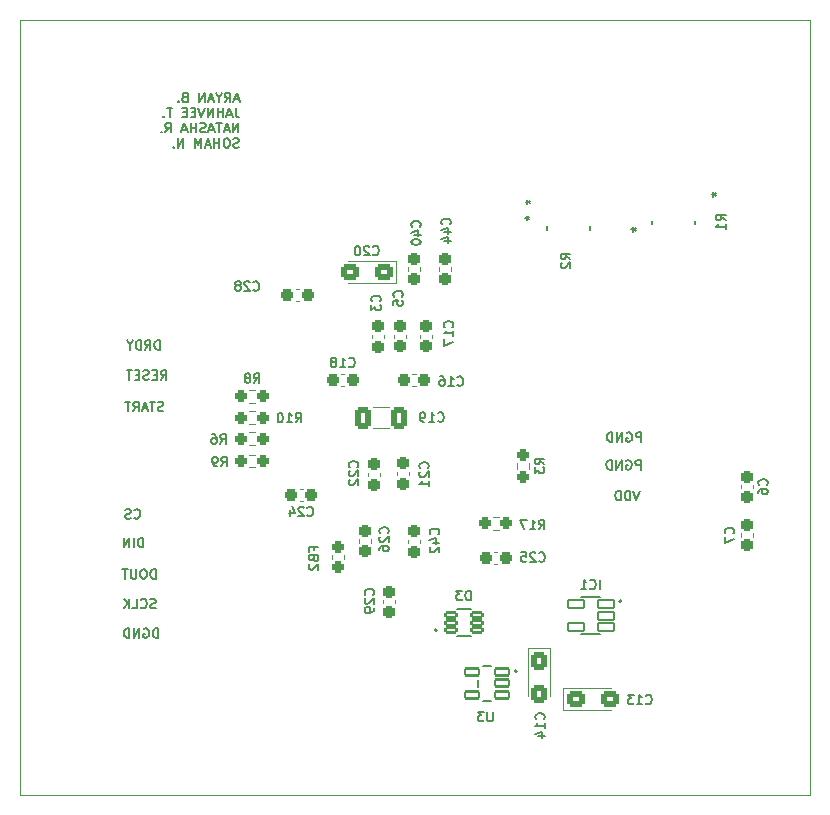
<source format=gbr>
%TF.GenerationSoftware,KiCad,Pcbnew,7.0.10*%
%TF.CreationDate,2024-03-16T23:25:41+05:30*%
%TF.ProjectId,breakout,62726561-6b6f-4757-942e-6b696361645f,rev?*%
%TF.SameCoordinates,Original*%
%TF.FileFunction,Legend,Bot*%
%TF.FilePolarity,Positive*%
%FSLAX46Y46*%
G04 Gerber Fmt 4.6, Leading zero omitted, Abs format (unit mm)*
G04 Created by KiCad (PCBNEW 7.0.10) date 2024-03-16 23:25:41*
%MOMM*%
%LPD*%
G01*
G04 APERTURE LIST*
G04 Aperture macros list*
%AMRoundRect*
0 Rectangle with rounded corners*
0 $1 Rounding radius*
0 $2 $3 $4 $5 $6 $7 $8 $9 X,Y pos of 4 corners*
0 Add a 4 corners polygon primitive as box body*
4,1,4,$2,$3,$4,$5,$6,$7,$8,$9,$2,$3,0*
0 Add four circle primitives for the rounded corners*
1,1,$1+$1,$2,$3*
1,1,$1+$1,$4,$5*
1,1,$1+$1,$6,$7*
1,1,$1+$1,$8,$9*
0 Add four rect primitives between the rounded corners*
20,1,$1+$1,$2,$3,$4,$5,0*
20,1,$1+$1,$4,$5,$6,$7,0*
20,1,$1+$1,$6,$7,$8,$9,0*
20,1,$1+$1,$8,$9,$2,$3,0*%
G04 Aperture macros list end*
%ADD10C,0.200000*%
%ADD11C,0.120000*%
%ADD12C,0.152400*%
%ADD13C,0.127000*%
%ADD14C,3.200000*%
%ADD15RoundRect,0.237500X-0.237500X0.300000X-0.237500X-0.300000X0.237500X-0.300000X0.237500X0.300000X0*%
%ADD16O,1.700000X1.700000*%
%ADD17R,1.700000X1.700000*%
%ADD18R,1.193800X0.889000*%
%ADD19R,0.558800X0.889000*%
%ADD20RoundRect,0.237500X0.237500X-0.300000X0.237500X0.300000X-0.237500X0.300000X-0.237500X-0.300000X0*%
%ADD21RoundRect,0.237500X0.300000X0.237500X-0.300000X0.237500X-0.300000X-0.237500X0.300000X-0.237500X0*%
%ADD22RoundRect,0.102000X-0.450000X-0.200000X0.450000X-0.200000X0.450000X0.200000X-0.450000X0.200000X0*%
%ADD23RoundRect,0.055580X0.671420X0.341420X-0.671420X0.341420X-0.671420X-0.341420X0.671420X-0.341420X0*%
%ADD24RoundRect,0.237500X0.237500X-0.250000X0.237500X0.250000X-0.237500X0.250000X-0.237500X-0.250000X0*%
%ADD25RoundRect,0.237500X-0.250000X-0.237500X0.250000X-0.237500X0.250000X0.237500X-0.250000X0.237500X0*%
%ADD26RoundRect,0.237500X0.250000X0.237500X-0.250000X0.237500X-0.250000X-0.237500X0.250000X-0.237500X0*%
%ADD27RoundRect,0.250000X-0.537500X-0.425000X0.537500X-0.425000X0.537500X0.425000X-0.537500X0.425000X0*%
%ADD28RoundRect,0.237500X-0.300000X-0.237500X0.300000X-0.237500X0.300000X0.237500X-0.300000X0.237500X0*%
%ADD29RoundRect,0.237500X0.237500X-0.287500X0.237500X0.287500X-0.237500X0.287500X-0.237500X-0.287500X0*%
%ADD30RoundRect,0.250000X-0.425000X0.537500X-0.425000X-0.537500X0.425000X-0.537500X0.425000X0.537500X0*%
%ADD31RoundRect,0.119100X0.587900X0.277900X-0.587900X0.277900X-0.587900X-0.277900X0.587900X-0.277900X0*%
%ADD32RoundRect,0.250000X0.537500X0.425000X-0.537500X0.425000X-0.537500X-0.425000X0.537500X-0.425000X0*%
%ADD33RoundRect,0.250000X-0.412500X-0.650000X0.412500X-0.650000X0.412500X0.650000X-0.412500X0.650000X0*%
%TA.AperFunction,Profile*%
%ADD34C,0.050000*%
%TD*%
G04 APERTURE END LIST*
D10*
X63166041Y-36049123D02*
X62785088Y-36049123D01*
X63242231Y-36277695D02*
X62975564Y-35477695D01*
X62975564Y-35477695D02*
X62708898Y-36277695D01*
X61985088Y-36277695D02*
X62251755Y-35896742D01*
X62442231Y-36277695D02*
X62442231Y-35477695D01*
X62442231Y-35477695D02*
X62137469Y-35477695D01*
X62137469Y-35477695D02*
X62061279Y-35515790D01*
X62061279Y-35515790D02*
X62023184Y-35553885D01*
X62023184Y-35553885D02*
X61985088Y-35630076D01*
X61985088Y-35630076D02*
X61985088Y-35744361D01*
X61985088Y-35744361D02*
X62023184Y-35820552D01*
X62023184Y-35820552D02*
X62061279Y-35858647D01*
X62061279Y-35858647D02*
X62137469Y-35896742D01*
X62137469Y-35896742D02*
X62442231Y-35896742D01*
X61489850Y-35896742D02*
X61489850Y-36277695D01*
X61756517Y-35477695D02*
X61489850Y-35896742D01*
X61489850Y-35896742D02*
X61223184Y-35477695D01*
X60994613Y-36049123D02*
X60613660Y-36049123D01*
X61070803Y-36277695D02*
X60804136Y-35477695D01*
X60804136Y-35477695D02*
X60537470Y-36277695D01*
X60270803Y-36277695D02*
X60270803Y-35477695D01*
X60270803Y-35477695D02*
X59813660Y-36277695D01*
X59813660Y-36277695D02*
X59813660Y-35477695D01*
X58556518Y-35858647D02*
X58442232Y-35896742D01*
X58442232Y-35896742D02*
X58404137Y-35934838D01*
X58404137Y-35934838D02*
X58366041Y-36011028D01*
X58366041Y-36011028D02*
X58366041Y-36125314D01*
X58366041Y-36125314D02*
X58404137Y-36201504D01*
X58404137Y-36201504D02*
X58442232Y-36239600D01*
X58442232Y-36239600D02*
X58518422Y-36277695D01*
X58518422Y-36277695D02*
X58823184Y-36277695D01*
X58823184Y-36277695D02*
X58823184Y-35477695D01*
X58823184Y-35477695D02*
X58556518Y-35477695D01*
X58556518Y-35477695D02*
X58480327Y-35515790D01*
X58480327Y-35515790D02*
X58442232Y-35553885D01*
X58442232Y-35553885D02*
X58404137Y-35630076D01*
X58404137Y-35630076D02*
X58404137Y-35706266D01*
X58404137Y-35706266D02*
X58442232Y-35782457D01*
X58442232Y-35782457D02*
X58480327Y-35820552D01*
X58480327Y-35820552D02*
X58556518Y-35858647D01*
X58556518Y-35858647D02*
X58823184Y-35858647D01*
X58023184Y-36201504D02*
X57985089Y-36239600D01*
X57985089Y-36239600D02*
X58023184Y-36277695D01*
X58023184Y-36277695D02*
X58061280Y-36239600D01*
X58061280Y-36239600D02*
X58023184Y-36201504D01*
X58023184Y-36201504D02*
X58023184Y-36277695D01*
X62899374Y-36765695D02*
X62899374Y-37337123D01*
X62899374Y-37337123D02*
X62937469Y-37451409D01*
X62937469Y-37451409D02*
X63013660Y-37527600D01*
X63013660Y-37527600D02*
X63127945Y-37565695D01*
X63127945Y-37565695D02*
X63204136Y-37565695D01*
X62556517Y-37337123D02*
X62175564Y-37337123D01*
X62632707Y-37565695D02*
X62366040Y-36765695D01*
X62366040Y-36765695D02*
X62099374Y-37565695D01*
X61832707Y-37565695D02*
X61832707Y-36765695D01*
X61832707Y-37146647D02*
X61375564Y-37146647D01*
X61375564Y-37565695D02*
X61375564Y-36765695D01*
X60994612Y-37565695D02*
X60994612Y-36765695D01*
X60994612Y-36765695D02*
X60537469Y-37565695D01*
X60537469Y-37565695D02*
X60537469Y-36765695D01*
X60270803Y-36765695D02*
X60004136Y-37565695D01*
X60004136Y-37565695D02*
X59737470Y-36765695D01*
X59470803Y-37146647D02*
X59204137Y-37146647D01*
X59089851Y-37565695D02*
X59470803Y-37565695D01*
X59470803Y-37565695D02*
X59470803Y-36765695D01*
X59470803Y-36765695D02*
X59089851Y-36765695D01*
X58746993Y-37146647D02*
X58480327Y-37146647D01*
X58366041Y-37565695D02*
X58746993Y-37565695D01*
X58746993Y-37565695D02*
X58746993Y-36765695D01*
X58746993Y-36765695D02*
X58366041Y-36765695D01*
X57527945Y-36765695D02*
X57070802Y-36765695D01*
X57299374Y-37565695D02*
X57299374Y-36765695D01*
X56804135Y-37489504D02*
X56766040Y-37527600D01*
X56766040Y-37527600D02*
X56804135Y-37565695D01*
X56804135Y-37565695D02*
X56842231Y-37527600D01*
X56842231Y-37527600D02*
X56804135Y-37489504D01*
X56804135Y-37489504D02*
X56804135Y-37565695D01*
X63127945Y-38853695D02*
X63127945Y-38053695D01*
X63127945Y-38053695D02*
X62670802Y-38853695D01*
X62670802Y-38853695D02*
X62670802Y-38053695D01*
X62327946Y-38625123D02*
X61946993Y-38625123D01*
X62404136Y-38853695D02*
X62137469Y-38053695D01*
X62137469Y-38053695D02*
X61870803Y-38853695D01*
X61718422Y-38053695D02*
X61261279Y-38053695D01*
X61489851Y-38853695D02*
X61489851Y-38053695D01*
X61032708Y-38625123D02*
X60651755Y-38625123D01*
X61108898Y-38853695D02*
X60842231Y-38053695D01*
X60842231Y-38053695D02*
X60575565Y-38853695D01*
X60346994Y-38815600D02*
X60232708Y-38853695D01*
X60232708Y-38853695D02*
X60042232Y-38853695D01*
X60042232Y-38853695D02*
X59966041Y-38815600D01*
X59966041Y-38815600D02*
X59927946Y-38777504D01*
X59927946Y-38777504D02*
X59889851Y-38701314D01*
X59889851Y-38701314D02*
X59889851Y-38625123D01*
X59889851Y-38625123D02*
X59927946Y-38548933D01*
X59927946Y-38548933D02*
X59966041Y-38510838D01*
X59966041Y-38510838D02*
X60042232Y-38472742D01*
X60042232Y-38472742D02*
X60194613Y-38434647D01*
X60194613Y-38434647D02*
X60270803Y-38396552D01*
X60270803Y-38396552D02*
X60308898Y-38358457D01*
X60308898Y-38358457D02*
X60346994Y-38282266D01*
X60346994Y-38282266D02*
X60346994Y-38206076D01*
X60346994Y-38206076D02*
X60308898Y-38129885D01*
X60308898Y-38129885D02*
X60270803Y-38091790D01*
X60270803Y-38091790D02*
X60194613Y-38053695D01*
X60194613Y-38053695D02*
X60004136Y-38053695D01*
X60004136Y-38053695D02*
X59889851Y-38091790D01*
X59546993Y-38853695D02*
X59546993Y-38053695D01*
X59546993Y-38434647D02*
X59089850Y-38434647D01*
X59089850Y-38853695D02*
X59089850Y-38053695D01*
X58746994Y-38625123D02*
X58366041Y-38625123D01*
X58823184Y-38853695D02*
X58556517Y-38053695D01*
X58556517Y-38053695D02*
X58289851Y-38853695D01*
X56956517Y-38853695D02*
X57223184Y-38472742D01*
X57413660Y-38853695D02*
X57413660Y-38053695D01*
X57413660Y-38053695D02*
X57108898Y-38053695D01*
X57108898Y-38053695D02*
X57032708Y-38091790D01*
X57032708Y-38091790D02*
X56994613Y-38129885D01*
X56994613Y-38129885D02*
X56956517Y-38206076D01*
X56956517Y-38206076D02*
X56956517Y-38320361D01*
X56956517Y-38320361D02*
X56994613Y-38396552D01*
X56994613Y-38396552D02*
X57032708Y-38434647D01*
X57032708Y-38434647D02*
X57108898Y-38472742D01*
X57108898Y-38472742D02*
X57413660Y-38472742D01*
X56613660Y-38777504D02*
X56575565Y-38815600D01*
X56575565Y-38815600D02*
X56613660Y-38853695D01*
X56613660Y-38853695D02*
X56651756Y-38815600D01*
X56651756Y-38815600D02*
X56613660Y-38777504D01*
X56613660Y-38777504D02*
X56613660Y-38853695D01*
X63166041Y-40103600D02*
X63051755Y-40141695D01*
X63051755Y-40141695D02*
X62861279Y-40141695D01*
X62861279Y-40141695D02*
X62785088Y-40103600D01*
X62785088Y-40103600D02*
X62746993Y-40065504D01*
X62746993Y-40065504D02*
X62708898Y-39989314D01*
X62708898Y-39989314D02*
X62708898Y-39913123D01*
X62708898Y-39913123D02*
X62746993Y-39836933D01*
X62746993Y-39836933D02*
X62785088Y-39798838D01*
X62785088Y-39798838D02*
X62861279Y-39760742D01*
X62861279Y-39760742D02*
X63013660Y-39722647D01*
X63013660Y-39722647D02*
X63089850Y-39684552D01*
X63089850Y-39684552D02*
X63127945Y-39646457D01*
X63127945Y-39646457D02*
X63166041Y-39570266D01*
X63166041Y-39570266D02*
X63166041Y-39494076D01*
X63166041Y-39494076D02*
X63127945Y-39417885D01*
X63127945Y-39417885D02*
X63089850Y-39379790D01*
X63089850Y-39379790D02*
X63013660Y-39341695D01*
X63013660Y-39341695D02*
X62823183Y-39341695D01*
X62823183Y-39341695D02*
X62708898Y-39379790D01*
X62213659Y-39341695D02*
X62061278Y-39341695D01*
X62061278Y-39341695D02*
X61985088Y-39379790D01*
X61985088Y-39379790D02*
X61908897Y-39455980D01*
X61908897Y-39455980D02*
X61870802Y-39608361D01*
X61870802Y-39608361D02*
X61870802Y-39875028D01*
X61870802Y-39875028D02*
X61908897Y-40027409D01*
X61908897Y-40027409D02*
X61985088Y-40103600D01*
X61985088Y-40103600D02*
X62061278Y-40141695D01*
X62061278Y-40141695D02*
X62213659Y-40141695D01*
X62213659Y-40141695D02*
X62289850Y-40103600D01*
X62289850Y-40103600D02*
X62366040Y-40027409D01*
X62366040Y-40027409D02*
X62404136Y-39875028D01*
X62404136Y-39875028D02*
X62404136Y-39608361D01*
X62404136Y-39608361D02*
X62366040Y-39455980D01*
X62366040Y-39455980D02*
X62289850Y-39379790D01*
X62289850Y-39379790D02*
X62213659Y-39341695D01*
X61527945Y-40141695D02*
X61527945Y-39341695D01*
X61527945Y-39722647D02*
X61070802Y-39722647D01*
X61070802Y-40141695D02*
X61070802Y-39341695D01*
X60727946Y-39913123D02*
X60346993Y-39913123D01*
X60804136Y-40141695D02*
X60537469Y-39341695D01*
X60537469Y-39341695D02*
X60270803Y-40141695D01*
X60004136Y-40141695D02*
X60004136Y-39341695D01*
X60004136Y-39341695D02*
X59737470Y-39913123D01*
X59737470Y-39913123D02*
X59470803Y-39341695D01*
X59470803Y-39341695D02*
X59470803Y-40141695D01*
X58480326Y-40141695D02*
X58480326Y-39341695D01*
X58480326Y-39341695D02*
X58023183Y-40141695D01*
X58023183Y-40141695D02*
X58023183Y-39341695D01*
X57642231Y-40065504D02*
X57604136Y-40103600D01*
X57604136Y-40103600D02*
X57642231Y-40141695D01*
X57642231Y-40141695D02*
X57680327Y-40103600D01*
X57680327Y-40103600D02*
X57642231Y-40065504D01*
X57642231Y-40065504D02*
X57642231Y-40141695D01*
X97092231Y-69191695D02*
X96825564Y-69991695D01*
X96825564Y-69991695D02*
X96558898Y-69191695D01*
X96292231Y-69991695D02*
X96292231Y-69191695D01*
X96292231Y-69191695D02*
X96101755Y-69191695D01*
X96101755Y-69191695D02*
X95987469Y-69229790D01*
X95987469Y-69229790D02*
X95911279Y-69305980D01*
X95911279Y-69305980D02*
X95873184Y-69382171D01*
X95873184Y-69382171D02*
X95835088Y-69534552D01*
X95835088Y-69534552D02*
X95835088Y-69648838D01*
X95835088Y-69648838D02*
X95873184Y-69801219D01*
X95873184Y-69801219D02*
X95911279Y-69877409D01*
X95911279Y-69877409D02*
X95987469Y-69953600D01*
X95987469Y-69953600D02*
X96101755Y-69991695D01*
X96101755Y-69991695D02*
X96292231Y-69991695D01*
X95492231Y-69991695D02*
X95492231Y-69191695D01*
X95492231Y-69191695D02*
X95301755Y-69191695D01*
X95301755Y-69191695D02*
X95187469Y-69229790D01*
X95187469Y-69229790D02*
X95111279Y-69305980D01*
X95111279Y-69305980D02*
X95073184Y-69382171D01*
X95073184Y-69382171D02*
X95035088Y-69534552D01*
X95035088Y-69534552D02*
X95035088Y-69648838D01*
X95035088Y-69648838D02*
X95073184Y-69801219D01*
X95073184Y-69801219D02*
X95111279Y-69877409D01*
X95111279Y-69877409D02*
X95187469Y-69953600D01*
X95187469Y-69953600D02*
X95301755Y-69991695D01*
X95301755Y-69991695D02*
X95492231Y-69991695D01*
X97177945Y-67391695D02*
X97177945Y-66591695D01*
X97177945Y-66591695D02*
X96873183Y-66591695D01*
X96873183Y-66591695D02*
X96796993Y-66629790D01*
X96796993Y-66629790D02*
X96758898Y-66667885D01*
X96758898Y-66667885D02*
X96720802Y-66744076D01*
X96720802Y-66744076D02*
X96720802Y-66858361D01*
X96720802Y-66858361D02*
X96758898Y-66934552D01*
X96758898Y-66934552D02*
X96796993Y-66972647D01*
X96796993Y-66972647D02*
X96873183Y-67010742D01*
X96873183Y-67010742D02*
X97177945Y-67010742D01*
X95958898Y-66629790D02*
X96035088Y-66591695D01*
X96035088Y-66591695D02*
X96149374Y-66591695D01*
X96149374Y-66591695D02*
X96263660Y-66629790D01*
X96263660Y-66629790D02*
X96339850Y-66705980D01*
X96339850Y-66705980D02*
X96377945Y-66782171D01*
X96377945Y-66782171D02*
X96416041Y-66934552D01*
X96416041Y-66934552D02*
X96416041Y-67048838D01*
X96416041Y-67048838D02*
X96377945Y-67201219D01*
X96377945Y-67201219D02*
X96339850Y-67277409D01*
X96339850Y-67277409D02*
X96263660Y-67353600D01*
X96263660Y-67353600D02*
X96149374Y-67391695D01*
X96149374Y-67391695D02*
X96073183Y-67391695D01*
X96073183Y-67391695D02*
X95958898Y-67353600D01*
X95958898Y-67353600D02*
X95920802Y-67315504D01*
X95920802Y-67315504D02*
X95920802Y-67048838D01*
X95920802Y-67048838D02*
X96073183Y-67048838D01*
X95577945Y-67391695D02*
X95577945Y-66591695D01*
X95577945Y-66591695D02*
X95120802Y-67391695D01*
X95120802Y-67391695D02*
X95120802Y-66591695D01*
X94739850Y-67391695D02*
X94739850Y-66591695D01*
X94739850Y-66591695D02*
X94549374Y-66591695D01*
X94549374Y-66591695D02*
X94435088Y-66629790D01*
X94435088Y-66629790D02*
X94358898Y-66705980D01*
X94358898Y-66705980D02*
X94320803Y-66782171D01*
X94320803Y-66782171D02*
X94282707Y-66934552D01*
X94282707Y-66934552D02*
X94282707Y-67048838D01*
X94282707Y-67048838D02*
X94320803Y-67201219D01*
X94320803Y-67201219D02*
X94358898Y-67277409D01*
X94358898Y-67277409D02*
X94435088Y-67353600D01*
X94435088Y-67353600D02*
X94549374Y-67391695D01*
X94549374Y-67391695D02*
X94739850Y-67391695D01*
X97227945Y-65041695D02*
X97227945Y-64241695D01*
X97227945Y-64241695D02*
X96923183Y-64241695D01*
X96923183Y-64241695D02*
X96846993Y-64279790D01*
X96846993Y-64279790D02*
X96808898Y-64317885D01*
X96808898Y-64317885D02*
X96770802Y-64394076D01*
X96770802Y-64394076D02*
X96770802Y-64508361D01*
X96770802Y-64508361D02*
X96808898Y-64584552D01*
X96808898Y-64584552D02*
X96846993Y-64622647D01*
X96846993Y-64622647D02*
X96923183Y-64660742D01*
X96923183Y-64660742D02*
X97227945Y-64660742D01*
X96008898Y-64279790D02*
X96085088Y-64241695D01*
X96085088Y-64241695D02*
X96199374Y-64241695D01*
X96199374Y-64241695D02*
X96313660Y-64279790D01*
X96313660Y-64279790D02*
X96389850Y-64355980D01*
X96389850Y-64355980D02*
X96427945Y-64432171D01*
X96427945Y-64432171D02*
X96466041Y-64584552D01*
X96466041Y-64584552D02*
X96466041Y-64698838D01*
X96466041Y-64698838D02*
X96427945Y-64851219D01*
X96427945Y-64851219D02*
X96389850Y-64927409D01*
X96389850Y-64927409D02*
X96313660Y-65003600D01*
X96313660Y-65003600D02*
X96199374Y-65041695D01*
X96199374Y-65041695D02*
X96123183Y-65041695D01*
X96123183Y-65041695D02*
X96008898Y-65003600D01*
X96008898Y-65003600D02*
X95970802Y-64965504D01*
X95970802Y-64965504D02*
X95970802Y-64698838D01*
X95970802Y-64698838D02*
X96123183Y-64698838D01*
X95627945Y-65041695D02*
X95627945Y-64241695D01*
X95627945Y-64241695D02*
X95170802Y-65041695D01*
X95170802Y-65041695D02*
X95170802Y-64241695D01*
X94789850Y-65041695D02*
X94789850Y-64241695D01*
X94789850Y-64241695D02*
X94599374Y-64241695D01*
X94599374Y-64241695D02*
X94485088Y-64279790D01*
X94485088Y-64279790D02*
X94408898Y-64355980D01*
X94408898Y-64355980D02*
X94370803Y-64432171D01*
X94370803Y-64432171D02*
X94332707Y-64584552D01*
X94332707Y-64584552D02*
X94332707Y-64698838D01*
X94332707Y-64698838D02*
X94370803Y-64851219D01*
X94370803Y-64851219D02*
X94408898Y-64927409D01*
X94408898Y-64927409D02*
X94485088Y-65003600D01*
X94485088Y-65003600D02*
X94599374Y-65041695D01*
X94599374Y-65041695D02*
X94789850Y-65041695D01*
X56327945Y-81641695D02*
X56327945Y-80841695D01*
X56327945Y-80841695D02*
X56137469Y-80841695D01*
X56137469Y-80841695D02*
X56023183Y-80879790D01*
X56023183Y-80879790D02*
X55946993Y-80955980D01*
X55946993Y-80955980D02*
X55908898Y-81032171D01*
X55908898Y-81032171D02*
X55870802Y-81184552D01*
X55870802Y-81184552D02*
X55870802Y-81298838D01*
X55870802Y-81298838D02*
X55908898Y-81451219D01*
X55908898Y-81451219D02*
X55946993Y-81527409D01*
X55946993Y-81527409D02*
X56023183Y-81603600D01*
X56023183Y-81603600D02*
X56137469Y-81641695D01*
X56137469Y-81641695D02*
X56327945Y-81641695D01*
X55108898Y-80879790D02*
X55185088Y-80841695D01*
X55185088Y-80841695D02*
X55299374Y-80841695D01*
X55299374Y-80841695D02*
X55413660Y-80879790D01*
X55413660Y-80879790D02*
X55489850Y-80955980D01*
X55489850Y-80955980D02*
X55527945Y-81032171D01*
X55527945Y-81032171D02*
X55566041Y-81184552D01*
X55566041Y-81184552D02*
X55566041Y-81298838D01*
X55566041Y-81298838D02*
X55527945Y-81451219D01*
X55527945Y-81451219D02*
X55489850Y-81527409D01*
X55489850Y-81527409D02*
X55413660Y-81603600D01*
X55413660Y-81603600D02*
X55299374Y-81641695D01*
X55299374Y-81641695D02*
X55223183Y-81641695D01*
X55223183Y-81641695D02*
X55108898Y-81603600D01*
X55108898Y-81603600D02*
X55070802Y-81565504D01*
X55070802Y-81565504D02*
X55070802Y-81298838D01*
X55070802Y-81298838D02*
X55223183Y-81298838D01*
X54727945Y-81641695D02*
X54727945Y-80841695D01*
X54727945Y-80841695D02*
X54270802Y-81641695D01*
X54270802Y-81641695D02*
X54270802Y-80841695D01*
X53889850Y-81641695D02*
X53889850Y-80841695D01*
X53889850Y-80841695D02*
X53699374Y-80841695D01*
X53699374Y-80841695D02*
X53585088Y-80879790D01*
X53585088Y-80879790D02*
X53508898Y-80955980D01*
X53508898Y-80955980D02*
X53470803Y-81032171D01*
X53470803Y-81032171D02*
X53432707Y-81184552D01*
X53432707Y-81184552D02*
X53432707Y-81298838D01*
X53432707Y-81298838D02*
X53470803Y-81451219D01*
X53470803Y-81451219D02*
X53508898Y-81527409D01*
X53508898Y-81527409D02*
X53585088Y-81603600D01*
X53585088Y-81603600D02*
X53699374Y-81641695D01*
X53699374Y-81641695D02*
X53889850Y-81641695D01*
X56116041Y-79103600D02*
X56001755Y-79141695D01*
X56001755Y-79141695D02*
X55811279Y-79141695D01*
X55811279Y-79141695D02*
X55735088Y-79103600D01*
X55735088Y-79103600D02*
X55696993Y-79065504D01*
X55696993Y-79065504D02*
X55658898Y-78989314D01*
X55658898Y-78989314D02*
X55658898Y-78913123D01*
X55658898Y-78913123D02*
X55696993Y-78836933D01*
X55696993Y-78836933D02*
X55735088Y-78798838D01*
X55735088Y-78798838D02*
X55811279Y-78760742D01*
X55811279Y-78760742D02*
X55963660Y-78722647D01*
X55963660Y-78722647D02*
X56039850Y-78684552D01*
X56039850Y-78684552D02*
X56077945Y-78646457D01*
X56077945Y-78646457D02*
X56116041Y-78570266D01*
X56116041Y-78570266D02*
X56116041Y-78494076D01*
X56116041Y-78494076D02*
X56077945Y-78417885D01*
X56077945Y-78417885D02*
X56039850Y-78379790D01*
X56039850Y-78379790D02*
X55963660Y-78341695D01*
X55963660Y-78341695D02*
X55773183Y-78341695D01*
X55773183Y-78341695D02*
X55658898Y-78379790D01*
X54858897Y-79065504D02*
X54896993Y-79103600D01*
X54896993Y-79103600D02*
X55011278Y-79141695D01*
X55011278Y-79141695D02*
X55087469Y-79141695D01*
X55087469Y-79141695D02*
X55201755Y-79103600D01*
X55201755Y-79103600D02*
X55277945Y-79027409D01*
X55277945Y-79027409D02*
X55316040Y-78951219D01*
X55316040Y-78951219D02*
X55354136Y-78798838D01*
X55354136Y-78798838D02*
X55354136Y-78684552D01*
X55354136Y-78684552D02*
X55316040Y-78532171D01*
X55316040Y-78532171D02*
X55277945Y-78455980D01*
X55277945Y-78455980D02*
X55201755Y-78379790D01*
X55201755Y-78379790D02*
X55087469Y-78341695D01*
X55087469Y-78341695D02*
X55011278Y-78341695D01*
X55011278Y-78341695D02*
X54896993Y-78379790D01*
X54896993Y-78379790D02*
X54858897Y-78417885D01*
X54135088Y-79141695D02*
X54516040Y-79141695D01*
X54516040Y-79141695D02*
X54516040Y-78341695D01*
X53868421Y-79141695D02*
X53868421Y-78341695D01*
X53411278Y-79141695D02*
X53754136Y-78684552D01*
X53411278Y-78341695D02*
X53868421Y-78798838D01*
X56127945Y-76641695D02*
X56127945Y-75841695D01*
X56127945Y-75841695D02*
X55937469Y-75841695D01*
X55937469Y-75841695D02*
X55823183Y-75879790D01*
X55823183Y-75879790D02*
X55746993Y-75955980D01*
X55746993Y-75955980D02*
X55708898Y-76032171D01*
X55708898Y-76032171D02*
X55670802Y-76184552D01*
X55670802Y-76184552D02*
X55670802Y-76298838D01*
X55670802Y-76298838D02*
X55708898Y-76451219D01*
X55708898Y-76451219D02*
X55746993Y-76527409D01*
X55746993Y-76527409D02*
X55823183Y-76603600D01*
X55823183Y-76603600D02*
X55937469Y-76641695D01*
X55937469Y-76641695D02*
X56127945Y-76641695D01*
X55175564Y-75841695D02*
X55023183Y-75841695D01*
X55023183Y-75841695D02*
X54946993Y-75879790D01*
X54946993Y-75879790D02*
X54870802Y-75955980D01*
X54870802Y-75955980D02*
X54832707Y-76108361D01*
X54832707Y-76108361D02*
X54832707Y-76375028D01*
X54832707Y-76375028D02*
X54870802Y-76527409D01*
X54870802Y-76527409D02*
X54946993Y-76603600D01*
X54946993Y-76603600D02*
X55023183Y-76641695D01*
X55023183Y-76641695D02*
X55175564Y-76641695D01*
X55175564Y-76641695D02*
X55251755Y-76603600D01*
X55251755Y-76603600D02*
X55327945Y-76527409D01*
X55327945Y-76527409D02*
X55366041Y-76375028D01*
X55366041Y-76375028D02*
X55366041Y-76108361D01*
X55366041Y-76108361D02*
X55327945Y-75955980D01*
X55327945Y-75955980D02*
X55251755Y-75879790D01*
X55251755Y-75879790D02*
X55175564Y-75841695D01*
X54489850Y-75841695D02*
X54489850Y-76489314D01*
X54489850Y-76489314D02*
X54451755Y-76565504D01*
X54451755Y-76565504D02*
X54413660Y-76603600D01*
X54413660Y-76603600D02*
X54337469Y-76641695D01*
X54337469Y-76641695D02*
X54185088Y-76641695D01*
X54185088Y-76641695D02*
X54108898Y-76603600D01*
X54108898Y-76603600D02*
X54070803Y-76565504D01*
X54070803Y-76565504D02*
X54032707Y-76489314D01*
X54032707Y-76489314D02*
X54032707Y-75841695D01*
X53766041Y-75841695D02*
X53308898Y-75841695D01*
X53537470Y-76641695D02*
X53537470Y-75841695D01*
X55077945Y-73991695D02*
X55077945Y-73191695D01*
X55077945Y-73191695D02*
X54887469Y-73191695D01*
X54887469Y-73191695D02*
X54773183Y-73229790D01*
X54773183Y-73229790D02*
X54696993Y-73305980D01*
X54696993Y-73305980D02*
X54658898Y-73382171D01*
X54658898Y-73382171D02*
X54620802Y-73534552D01*
X54620802Y-73534552D02*
X54620802Y-73648838D01*
X54620802Y-73648838D02*
X54658898Y-73801219D01*
X54658898Y-73801219D02*
X54696993Y-73877409D01*
X54696993Y-73877409D02*
X54773183Y-73953600D01*
X54773183Y-73953600D02*
X54887469Y-73991695D01*
X54887469Y-73991695D02*
X55077945Y-73991695D01*
X54277945Y-73991695D02*
X54277945Y-73191695D01*
X53896993Y-73991695D02*
X53896993Y-73191695D01*
X53896993Y-73191695D02*
X53439850Y-73991695D01*
X53439850Y-73991695D02*
X53439850Y-73191695D01*
X54320802Y-71465504D02*
X54358898Y-71503600D01*
X54358898Y-71503600D02*
X54473183Y-71541695D01*
X54473183Y-71541695D02*
X54549374Y-71541695D01*
X54549374Y-71541695D02*
X54663660Y-71503600D01*
X54663660Y-71503600D02*
X54739850Y-71427409D01*
X54739850Y-71427409D02*
X54777945Y-71351219D01*
X54777945Y-71351219D02*
X54816041Y-71198838D01*
X54816041Y-71198838D02*
X54816041Y-71084552D01*
X54816041Y-71084552D02*
X54777945Y-70932171D01*
X54777945Y-70932171D02*
X54739850Y-70855980D01*
X54739850Y-70855980D02*
X54663660Y-70779790D01*
X54663660Y-70779790D02*
X54549374Y-70741695D01*
X54549374Y-70741695D02*
X54473183Y-70741695D01*
X54473183Y-70741695D02*
X54358898Y-70779790D01*
X54358898Y-70779790D02*
X54320802Y-70817885D01*
X54016041Y-71503600D02*
X53901755Y-71541695D01*
X53901755Y-71541695D02*
X53711279Y-71541695D01*
X53711279Y-71541695D02*
X53635088Y-71503600D01*
X53635088Y-71503600D02*
X53596993Y-71465504D01*
X53596993Y-71465504D02*
X53558898Y-71389314D01*
X53558898Y-71389314D02*
X53558898Y-71313123D01*
X53558898Y-71313123D02*
X53596993Y-71236933D01*
X53596993Y-71236933D02*
X53635088Y-71198838D01*
X53635088Y-71198838D02*
X53711279Y-71160742D01*
X53711279Y-71160742D02*
X53863660Y-71122647D01*
X53863660Y-71122647D02*
X53939850Y-71084552D01*
X53939850Y-71084552D02*
X53977945Y-71046457D01*
X53977945Y-71046457D02*
X54016041Y-70970266D01*
X54016041Y-70970266D02*
X54016041Y-70894076D01*
X54016041Y-70894076D02*
X53977945Y-70817885D01*
X53977945Y-70817885D02*
X53939850Y-70779790D01*
X53939850Y-70779790D02*
X53863660Y-70741695D01*
X53863660Y-70741695D02*
X53673183Y-70741695D01*
X53673183Y-70741695D02*
X53558898Y-70779790D01*
X56766041Y-62403600D02*
X56651755Y-62441695D01*
X56651755Y-62441695D02*
X56461279Y-62441695D01*
X56461279Y-62441695D02*
X56385088Y-62403600D01*
X56385088Y-62403600D02*
X56346993Y-62365504D01*
X56346993Y-62365504D02*
X56308898Y-62289314D01*
X56308898Y-62289314D02*
X56308898Y-62213123D01*
X56308898Y-62213123D02*
X56346993Y-62136933D01*
X56346993Y-62136933D02*
X56385088Y-62098838D01*
X56385088Y-62098838D02*
X56461279Y-62060742D01*
X56461279Y-62060742D02*
X56613660Y-62022647D01*
X56613660Y-62022647D02*
X56689850Y-61984552D01*
X56689850Y-61984552D02*
X56727945Y-61946457D01*
X56727945Y-61946457D02*
X56766041Y-61870266D01*
X56766041Y-61870266D02*
X56766041Y-61794076D01*
X56766041Y-61794076D02*
X56727945Y-61717885D01*
X56727945Y-61717885D02*
X56689850Y-61679790D01*
X56689850Y-61679790D02*
X56613660Y-61641695D01*
X56613660Y-61641695D02*
X56423183Y-61641695D01*
X56423183Y-61641695D02*
X56308898Y-61679790D01*
X56080326Y-61641695D02*
X55623183Y-61641695D01*
X55851755Y-62441695D02*
X55851755Y-61641695D01*
X55394612Y-62213123D02*
X55013659Y-62213123D01*
X55470802Y-62441695D02*
X55204135Y-61641695D01*
X55204135Y-61641695D02*
X54937469Y-62441695D01*
X54213659Y-62441695D02*
X54480326Y-62060742D01*
X54670802Y-62441695D02*
X54670802Y-61641695D01*
X54670802Y-61641695D02*
X54366040Y-61641695D01*
X54366040Y-61641695D02*
X54289850Y-61679790D01*
X54289850Y-61679790D02*
X54251755Y-61717885D01*
X54251755Y-61717885D02*
X54213659Y-61794076D01*
X54213659Y-61794076D02*
X54213659Y-61908361D01*
X54213659Y-61908361D02*
X54251755Y-61984552D01*
X54251755Y-61984552D02*
X54289850Y-62022647D01*
X54289850Y-62022647D02*
X54366040Y-62060742D01*
X54366040Y-62060742D02*
X54670802Y-62060742D01*
X53985088Y-61641695D02*
X53527945Y-61641695D01*
X53756517Y-62441695D02*
X53756517Y-61641695D01*
X56570802Y-59791695D02*
X56837469Y-59410742D01*
X57027945Y-59791695D02*
X57027945Y-58991695D01*
X57027945Y-58991695D02*
X56723183Y-58991695D01*
X56723183Y-58991695D02*
X56646993Y-59029790D01*
X56646993Y-59029790D02*
X56608898Y-59067885D01*
X56608898Y-59067885D02*
X56570802Y-59144076D01*
X56570802Y-59144076D02*
X56570802Y-59258361D01*
X56570802Y-59258361D02*
X56608898Y-59334552D01*
X56608898Y-59334552D02*
X56646993Y-59372647D01*
X56646993Y-59372647D02*
X56723183Y-59410742D01*
X56723183Y-59410742D02*
X57027945Y-59410742D01*
X56227945Y-59372647D02*
X55961279Y-59372647D01*
X55846993Y-59791695D02*
X56227945Y-59791695D01*
X56227945Y-59791695D02*
X56227945Y-58991695D01*
X56227945Y-58991695D02*
X55846993Y-58991695D01*
X55542231Y-59753600D02*
X55427945Y-59791695D01*
X55427945Y-59791695D02*
X55237469Y-59791695D01*
X55237469Y-59791695D02*
X55161278Y-59753600D01*
X55161278Y-59753600D02*
X55123183Y-59715504D01*
X55123183Y-59715504D02*
X55085088Y-59639314D01*
X55085088Y-59639314D02*
X55085088Y-59563123D01*
X55085088Y-59563123D02*
X55123183Y-59486933D01*
X55123183Y-59486933D02*
X55161278Y-59448838D01*
X55161278Y-59448838D02*
X55237469Y-59410742D01*
X55237469Y-59410742D02*
X55389850Y-59372647D01*
X55389850Y-59372647D02*
X55466040Y-59334552D01*
X55466040Y-59334552D02*
X55504135Y-59296457D01*
X55504135Y-59296457D02*
X55542231Y-59220266D01*
X55542231Y-59220266D02*
X55542231Y-59144076D01*
X55542231Y-59144076D02*
X55504135Y-59067885D01*
X55504135Y-59067885D02*
X55466040Y-59029790D01*
X55466040Y-59029790D02*
X55389850Y-58991695D01*
X55389850Y-58991695D02*
X55199373Y-58991695D01*
X55199373Y-58991695D02*
X55085088Y-59029790D01*
X54742230Y-59372647D02*
X54475564Y-59372647D01*
X54361278Y-59791695D02*
X54742230Y-59791695D01*
X54742230Y-59791695D02*
X54742230Y-58991695D01*
X54742230Y-58991695D02*
X54361278Y-58991695D01*
X54132706Y-58991695D02*
X53675563Y-58991695D01*
X53904135Y-59791695D02*
X53904135Y-58991695D01*
X56477945Y-57241695D02*
X56477945Y-56441695D01*
X56477945Y-56441695D02*
X56287469Y-56441695D01*
X56287469Y-56441695D02*
X56173183Y-56479790D01*
X56173183Y-56479790D02*
X56096993Y-56555980D01*
X56096993Y-56555980D02*
X56058898Y-56632171D01*
X56058898Y-56632171D02*
X56020802Y-56784552D01*
X56020802Y-56784552D02*
X56020802Y-56898838D01*
X56020802Y-56898838D02*
X56058898Y-57051219D01*
X56058898Y-57051219D02*
X56096993Y-57127409D01*
X56096993Y-57127409D02*
X56173183Y-57203600D01*
X56173183Y-57203600D02*
X56287469Y-57241695D01*
X56287469Y-57241695D02*
X56477945Y-57241695D01*
X55220802Y-57241695D02*
X55487469Y-56860742D01*
X55677945Y-57241695D02*
X55677945Y-56441695D01*
X55677945Y-56441695D02*
X55373183Y-56441695D01*
X55373183Y-56441695D02*
X55296993Y-56479790D01*
X55296993Y-56479790D02*
X55258898Y-56517885D01*
X55258898Y-56517885D02*
X55220802Y-56594076D01*
X55220802Y-56594076D02*
X55220802Y-56708361D01*
X55220802Y-56708361D02*
X55258898Y-56784552D01*
X55258898Y-56784552D02*
X55296993Y-56822647D01*
X55296993Y-56822647D02*
X55373183Y-56860742D01*
X55373183Y-56860742D02*
X55677945Y-56860742D01*
X54877945Y-57241695D02*
X54877945Y-56441695D01*
X54877945Y-56441695D02*
X54687469Y-56441695D01*
X54687469Y-56441695D02*
X54573183Y-56479790D01*
X54573183Y-56479790D02*
X54496993Y-56555980D01*
X54496993Y-56555980D02*
X54458898Y-56632171D01*
X54458898Y-56632171D02*
X54420802Y-56784552D01*
X54420802Y-56784552D02*
X54420802Y-56898838D01*
X54420802Y-56898838D02*
X54458898Y-57051219D01*
X54458898Y-57051219D02*
X54496993Y-57127409D01*
X54496993Y-57127409D02*
X54573183Y-57203600D01*
X54573183Y-57203600D02*
X54687469Y-57241695D01*
X54687469Y-57241695D02*
X54877945Y-57241695D01*
X53925564Y-56860742D02*
X53925564Y-57241695D01*
X54192231Y-56441695D02*
X53925564Y-56860742D01*
X53925564Y-56860742D02*
X53658898Y-56441695D01*
X74533504Y-77985714D02*
X74571600Y-77947618D01*
X74571600Y-77947618D02*
X74609695Y-77833333D01*
X74609695Y-77833333D02*
X74609695Y-77757142D01*
X74609695Y-77757142D02*
X74571600Y-77642856D01*
X74571600Y-77642856D02*
X74495409Y-77566666D01*
X74495409Y-77566666D02*
X74419219Y-77528571D01*
X74419219Y-77528571D02*
X74266838Y-77490475D01*
X74266838Y-77490475D02*
X74152552Y-77490475D01*
X74152552Y-77490475D02*
X74000171Y-77528571D01*
X74000171Y-77528571D02*
X73923980Y-77566666D01*
X73923980Y-77566666D02*
X73847790Y-77642856D01*
X73847790Y-77642856D02*
X73809695Y-77757142D01*
X73809695Y-77757142D02*
X73809695Y-77833333D01*
X73809695Y-77833333D02*
X73847790Y-77947618D01*
X73847790Y-77947618D02*
X73885885Y-77985714D01*
X73885885Y-78290475D02*
X73847790Y-78328571D01*
X73847790Y-78328571D02*
X73809695Y-78404761D01*
X73809695Y-78404761D02*
X73809695Y-78595237D01*
X73809695Y-78595237D02*
X73847790Y-78671428D01*
X73847790Y-78671428D02*
X73885885Y-78709523D01*
X73885885Y-78709523D02*
X73962076Y-78747618D01*
X73962076Y-78747618D02*
X74038266Y-78747618D01*
X74038266Y-78747618D02*
X74152552Y-78709523D01*
X74152552Y-78709523D02*
X74609695Y-78252380D01*
X74609695Y-78252380D02*
X74609695Y-78747618D01*
X74609695Y-79128571D02*
X74609695Y-79280952D01*
X74609695Y-79280952D02*
X74571600Y-79357142D01*
X74571600Y-79357142D02*
X74533504Y-79395238D01*
X74533504Y-79395238D02*
X74419219Y-79471428D01*
X74419219Y-79471428D02*
X74266838Y-79509523D01*
X74266838Y-79509523D02*
X73962076Y-79509523D01*
X73962076Y-79509523D02*
X73885885Y-79471428D01*
X73885885Y-79471428D02*
X73847790Y-79433333D01*
X73847790Y-79433333D02*
X73809695Y-79357142D01*
X73809695Y-79357142D02*
X73809695Y-79204761D01*
X73809695Y-79204761D02*
X73847790Y-79128571D01*
X73847790Y-79128571D02*
X73885885Y-79090476D01*
X73885885Y-79090476D02*
X73962076Y-79052380D01*
X73962076Y-79052380D02*
X74152552Y-79052380D01*
X74152552Y-79052380D02*
X74228742Y-79090476D01*
X74228742Y-79090476D02*
X74266838Y-79128571D01*
X74266838Y-79128571D02*
X74304933Y-79204761D01*
X74304933Y-79204761D02*
X74304933Y-79357142D01*
X74304933Y-79357142D02*
X74266838Y-79433333D01*
X74266838Y-79433333D02*
X74228742Y-79471428D01*
X74228742Y-79471428D02*
X74152552Y-79509523D01*
X104370395Y-46298267D02*
X103989442Y-46031600D01*
X104370395Y-45841124D02*
X103570395Y-45841124D01*
X103570395Y-45841124D02*
X103570395Y-46145886D01*
X103570395Y-46145886D02*
X103608490Y-46222076D01*
X103608490Y-46222076D02*
X103646585Y-46260171D01*
X103646585Y-46260171D02*
X103722776Y-46298267D01*
X103722776Y-46298267D02*
X103837061Y-46298267D01*
X103837061Y-46298267D02*
X103913252Y-46260171D01*
X103913252Y-46260171D02*
X103951347Y-46222076D01*
X103951347Y-46222076D02*
X103989442Y-46145886D01*
X103989442Y-46145886D02*
X103989442Y-45841124D01*
X104370395Y-47060171D02*
X104370395Y-46603028D01*
X104370395Y-46831600D02*
X103570395Y-46831600D01*
X103570395Y-46831600D02*
X103684680Y-46755409D01*
X103684680Y-46755409D02*
X103760871Y-46679219D01*
X103760871Y-46679219D02*
X103798966Y-46603028D01*
X103214795Y-44094799D02*
X103405271Y-44094799D01*
X103329080Y-43904323D02*
X103405271Y-44094799D01*
X103405271Y-44094799D02*
X103329080Y-44285276D01*
X103557652Y-43980514D02*
X103405271Y-44094799D01*
X103405271Y-44094799D02*
X103557652Y-44209085D01*
X96407595Y-47066599D02*
X96598071Y-47066599D01*
X96521880Y-46876123D02*
X96598071Y-47066599D01*
X96598071Y-47066599D02*
X96521880Y-47257076D01*
X96750452Y-46952314D02*
X96598071Y-47066599D01*
X96598071Y-47066599D02*
X96750452Y-47180885D01*
X78483504Y-46835714D02*
X78521600Y-46797618D01*
X78521600Y-46797618D02*
X78559695Y-46683333D01*
X78559695Y-46683333D02*
X78559695Y-46607142D01*
X78559695Y-46607142D02*
X78521600Y-46492856D01*
X78521600Y-46492856D02*
X78445409Y-46416666D01*
X78445409Y-46416666D02*
X78369219Y-46378571D01*
X78369219Y-46378571D02*
X78216838Y-46340475D01*
X78216838Y-46340475D02*
X78102552Y-46340475D01*
X78102552Y-46340475D02*
X77950171Y-46378571D01*
X77950171Y-46378571D02*
X77873980Y-46416666D01*
X77873980Y-46416666D02*
X77797790Y-46492856D01*
X77797790Y-46492856D02*
X77759695Y-46607142D01*
X77759695Y-46607142D02*
X77759695Y-46683333D01*
X77759695Y-46683333D02*
X77797790Y-46797618D01*
X77797790Y-46797618D02*
X77835885Y-46835714D01*
X78026361Y-47521428D02*
X78559695Y-47521428D01*
X77721600Y-47330952D02*
X78293028Y-47140475D01*
X78293028Y-47140475D02*
X78293028Y-47635714D01*
X77759695Y-48092857D02*
X77759695Y-48169047D01*
X77759695Y-48169047D02*
X77797790Y-48245238D01*
X77797790Y-48245238D02*
X77835885Y-48283333D01*
X77835885Y-48283333D02*
X77912076Y-48321428D01*
X77912076Y-48321428D02*
X78064457Y-48359523D01*
X78064457Y-48359523D02*
X78254933Y-48359523D01*
X78254933Y-48359523D02*
X78407314Y-48321428D01*
X78407314Y-48321428D02*
X78483504Y-48283333D01*
X78483504Y-48283333D02*
X78521600Y-48245238D01*
X78521600Y-48245238D02*
X78559695Y-48169047D01*
X78559695Y-48169047D02*
X78559695Y-48092857D01*
X78559695Y-48092857D02*
X78521600Y-48016666D01*
X78521600Y-48016666D02*
X78483504Y-47978571D01*
X78483504Y-47978571D02*
X78407314Y-47940476D01*
X78407314Y-47940476D02*
X78254933Y-47902380D01*
X78254933Y-47902380D02*
X78064457Y-47902380D01*
X78064457Y-47902380D02*
X77912076Y-47940476D01*
X77912076Y-47940476D02*
X77835885Y-47978571D01*
X77835885Y-47978571D02*
X77797790Y-48016666D01*
X77797790Y-48016666D02*
X77759695Y-48092857D01*
X88564285Y-75133504D02*
X88602381Y-75171600D01*
X88602381Y-75171600D02*
X88716666Y-75209695D01*
X88716666Y-75209695D02*
X88792857Y-75209695D01*
X88792857Y-75209695D02*
X88907143Y-75171600D01*
X88907143Y-75171600D02*
X88983333Y-75095409D01*
X88983333Y-75095409D02*
X89021428Y-75019219D01*
X89021428Y-75019219D02*
X89059524Y-74866838D01*
X89059524Y-74866838D02*
X89059524Y-74752552D01*
X89059524Y-74752552D02*
X89021428Y-74600171D01*
X89021428Y-74600171D02*
X88983333Y-74523980D01*
X88983333Y-74523980D02*
X88907143Y-74447790D01*
X88907143Y-74447790D02*
X88792857Y-74409695D01*
X88792857Y-74409695D02*
X88716666Y-74409695D01*
X88716666Y-74409695D02*
X88602381Y-74447790D01*
X88602381Y-74447790D02*
X88564285Y-74485885D01*
X88259524Y-74485885D02*
X88221428Y-74447790D01*
X88221428Y-74447790D02*
X88145238Y-74409695D01*
X88145238Y-74409695D02*
X87954762Y-74409695D01*
X87954762Y-74409695D02*
X87878571Y-74447790D01*
X87878571Y-74447790D02*
X87840476Y-74485885D01*
X87840476Y-74485885D02*
X87802381Y-74562076D01*
X87802381Y-74562076D02*
X87802381Y-74638266D01*
X87802381Y-74638266D02*
X87840476Y-74752552D01*
X87840476Y-74752552D02*
X88297619Y-75209695D01*
X88297619Y-75209695D02*
X87802381Y-75209695D01*
X87078571Y-74409695D02*
X87459523Y-74409695D01*
X87459523Y-74409695D02*
X87497619Y-74790647D01*
X87497619Y-74790647D02*
X87459523Y-74752552D01*
X87459523Y-74752552D02*
X87383333Y-74714457D01*
X87383333Y-74714457D02*
X87192857Y-74714457D01*
X87192857Y-74714457D02*
X87116666Y-74752552D01*
X87116666Y-74752552D02*
X87078571Y-74790647D01*
X87078571Y-74790647D02*
X87040476Y-74866838D01*
X87040476Y-74866838D02*
X87040476Y-75057314D01*
X87040476Y-75057314D02*
X87078571Y-75133504D01*
X87078571Y-75133504D02*
X87116666Y-75171600D01*
X87116666Y-75171600D02*
X87192857Y-75209695D01*
X87192857Y-75209695D02*
X87383333Y-75209695D01*
X87383333Y-75209695D02*
X87459523Y-75171600D01*
X87459523Y-75171600D02*
X87497619Y-75133504D01*
X82790475Y-78459695D02*
X82790475Y-77659695D01*
X82790475Y-77659695D02*
X82599999Y-77659695D01*
X82599999Y-77659695D02*
X82485713Y-77697790D01*
X82485713Y-77697790D02*
X82409523Y-77773980D01*
X82409523Y-77773980D02*
X82371428Y-77850171D01*
X82371428Y-77850171D02*
X82333332Y-78002552D01*
X82333332Y-78002552D02*
X82333332Y-78116838D01*
X82333332Y-78116838D02*
X82371428Y-78269219D01*
X82371428Y-78269219D02*
X82409523Y-78345409D01*
X82409523Y-78345409D02*
X82485713Y-78421600D01*
X82485713Y-78421600D02*
X82599999Y-78459695D01*
X82599999Y-78459695D02*
X82790475Y-78459695D01*
X82066666Y-77659695D02*
X81571428Y-77659695D01*
X81571428Y-77659695D02*
X81838094Y-77964457D01*
X81838094Y-77964457D02*
X81723809Y-77964457D01*
X81723809Y-77964457D02*
X81647618Y-78002552D01*
X81647618Y-78002552D02*
X81609523Y-78040647D01*
X81609523Y-78040647D02*
X81571428Y-78116838D01*
X81571428Y-78116838D02*
X81571428Y-78307314D01*
X81571428Y-78307314D02*
X81609523Y-78383504D01*
X81609523Y-78383504D02*
X81647618Y-78421600D01*
X81647618Y-78421600D02*
X81723809Y-78459695D01*
X81723809Y-78459695D02*
X81952380Y-78459695D01*
X81952380Y-78459695D02*
X82028571Y-78421600D01*
X82028571Y-78421600D02*
X82066666Y-78383504D01*
X105015104Y-72805267D02*
X105053200Y-72767171D01*
X105053200Y-72767171D02*
X105091295Y-72652886D01*
X105091295Y-72652886D02*
X105091295Y-72576695D01*
X105091295Y-72576695D02*
X105053200Y-72462409D01*
X105053200Y-72462409D02*
X104977009Y-72386219D01*
X104977009Y-72386219D02*
X104900819Y-72348124D01*
X104900819Y-72348124D02*
X104748438Y-72310028D01*
X104748438Y-72310028D02*
X104634152Y-72310028D01*
X104634152Y-72310028D02*
X104481771Y-72348124D01*
X104481771Y-72348124D02*
X104405580Y-72386219D01*
X104405580Y-72386219D02*
X104329390Y-72462409D01*
X104329390Y-72462409D02*
X104291295Y-72576695D01*
X104291295Y-72576695D02*
X104291295Y-72652886D01*
X104291295Y-72652886D02*
X104329390Y-72767171D01*
X104329390Y-72767171D02*
X104367485Y-72805267D01*
X104291295Y-73071933D02*
X104291295Y-73605267D01*
X104291295Y-73605267D02*
X105091295Y-73262409D01*
X73183504Y-67185714D02*
X73221600Y-67147618D01*
X73221600Y-67147618D02*
X73259695Y-67033333D01*
X73259695Y-67033333D02*
X73259695Y-66957142D01*
X73259695Y-66957142D02*
X73221600Y-66842856D01*
X73221600Y-66842856D02*
X73145409Y-66766666D01*
X73145409Y-66766666D02*
X73069219Y-66728571D01*
X73069219Y-66728571D02*
X72916838Y-66690475D01*
X72916838Y-66690475D02*
X72802552Y-66690475D01*
X72802552Y-66690475D02*
X72650171Y-66728571D01*
X72650171Y-66728571D02*
X72573980Y-66766666D01*
X72573980Y-66766666D02*
X72497790Y-66842856D01*
X72497790Y-66842856D02*
X72459695Y-66957142D01*
X72459695Y-66957142D02*
X72459695Y-67033333D01*
X72459695Y-67033333D02*
X72497790Y-67147618D01*
X72497790Y-67147618D02*
X72535885Y-67185714D01*
X72535885Y-67490475D02*
X72497790Y-67528571D01*
X72497790Y-67528571D02*
X72459695Y-67604761D01*
X72459695Y-67604761D02*
X72459695Y-67795237D01*
X72459695Y-67795237D02*
X72497790Y-67871428D01*
X72497790Y-67871428D02*
X72535885Y-67909523D01*
X72535885Y-67909523D02*
X72612076Y-67947618D01*
X72612076Y-67947618D02*
X72688266Y-67947618D01*
X72688266Y-67947618D02*
X72802552Y-67909523D01*
X72802552Y-67909523D02*
X73259695Y-67452380D01*
X73259695Y-67452380D02*
X73259695Y-67947618D01*
X72535885Y-68252380D02*
X72497790Y-68290476D01*
X72497790Y-68290476D02*
X72459695Y-68366666D01*
X72459695Y-68366666D02*
X72459695Y-68557142D01*
X72459695Y-68557142D02*
X72497790Y-68633333D01*
X72497790Y-68633333D02*
X72535885Y-68671428D01*
X72535885Y-68671428D02*
X72612076Y-68709523D01*
X72612076Y-68709523D02*
X72688266Y-68709523D01*
X72688266Y-68709523D02*
X72802552Y-68671428D01*
X72802552Y-68671428D02*
X73259695Y-68214285D01*
X73259695Y-68214285D02*
X73259695Y-68709523D01*
X81664285Y-60233504D02*
X81702381Y-60271600D01*
X81702381Y-60271600D02*
X81816666Y-60309695D01*
X81816666Y-60309695D02*
X81892857Y-60309695D01*
X81892857Y-60309695D02*
X82007143Y-60271600D01*
X82007143Y-60271600D02*
X82083333Y-60195409D01*
X82083333Y-60195409D02*
X82121428Y-60119219D01*
X82121428Y-60119219D02*
X82159524Y-59966838D01*
X82159524Y-59966838D02*
X82159524Y-59852552D01*
X82159524Y-59852552D02*
X82121428Y-59700171D01*
X82121428Y-59700171D02*
X82083333Y-59623980D01*
X82083333Y-59623980D02*
X82007143Y-59547790D01*
X82007143Y-59547790D02*
X81892857Y-59509695D01*
X81892857Y-59509695D02*
X81816666Y-59509695D01*
X81816666Y-59509695D02*
X81702381Y-59547790D01*
X81702381Y-59547790D02*
X81664285Y-59585885D01*
X80902381Y-60309695D02*
X81359524Y-60309695D01*
X81130952Y-60309695D02*
X81130952Y-59509695D01*
X81130952Y-59509695D02*
X81207143Y-59623980D01*
X81207143Y-59623980D02*
X81283333Y-59700171D01*
X81283333Y-59700171D02*
X81359524Y-59738266D01*
X80216666Y-59509695D02*
X80369047Y-59509695D01*
X80369047Y-59509695D02*
X80445238Y-59547790D01*
X80445238Y-59547790D02*
X80483333Y-59585885D01*
X80483333Y-59585885D02*
X80559523Y-59700171D01*
X80559523Y-59700171D02*
X80597619Y-59852552D01*
X80597619Y-59852552D02*
X80597619Y-60157314D01*
X80597619Y-60157314D02*
X80559523Y-60233504D01*
X80559523Y-60233504D02*
X80521428Y-60271600D01*
X80521428Y-60271600D02*
X80445238Y-60309695D01*
X80445238Y-60309695D02*
X80292857Y-60309695D01*
X80292857Y-60309695D02*
X80216666Y-60271600D01*
X80216666Y-60271600D02*
X80178571Y-60233504D01*
X80178571Y-60233504D02*
X80140476Y-60157314D01*
X80140476Y-60157314D02*
X80140476Y-59966838D01*
X80140476Y-59966838D02*
X80178571Y-59890647D01*
X80178571Y-59890647D02*
X80216666Y-59852552D01*
X80216666Y-59852552D02*
X80292857Y-59814457D01*
X80292857Y-59814457D02*
X80445238Y-59814457D01*
X80445238Y-59814457D02*
X80521428Y-59852552D01*
X80521428Y-59852552D02*
X80559523Y-59890647D01*
X80559523Y-59890647D02*
X80597619Y-59966838D01*
X81033504Y-46635714D02*
X81071600Y-46597618D01*
X81071600Y-46597618D02*
X81109695Y-46483333D01*
X81109695Y-46483333D02*
X81109695Y-46407142D01*
X81109695Y-46407142D02*
X81071600Y-46292856D01*
X81071600Y-46292856D02*
X80995409Y-46216666D01*
X80995409Y-46216666D02*
X80919219Y-46178571D01*
X80919219Y-46178571D02*
X80766838Y-46140475D01*
X80766838Y-46140475D02*
X80652552Y-46140475D01*
X80652552Y-46140475D02*
X80500171Y-46178571D01*
X80500171Y-46178571D02*
X80423980Y-46216666D01*
X80423980Y-46216666D02*
X80347790Y-46292856D01*
X80347790Y-46292856D02*
X80309695Y-46407142D01*
X80309695Y-46407142D02*
X80309695Y-46483333D01*
X80309695Y-46483333D02*
X80347790Y-46597618D01*
X80347790Y-46597618D02*
X80385885Y-46635714D01*
X80576361Y-47321428D02*
X81109695Y-47321428D01*
X80271600Y-47130952D02*
X80843028Y-46940475D01*
X80843028Y-46940475D02*
X80843028Y-47435714D01*
X80576361Y-48083333D02*
X81109695Y-48083333D01*
X80271600Y-47892857D02*
X80843028Y-47702380D01*
X80843028Y-47702380D02*
X80843028Y-48197619D01*
X93730951Y-77509695D02*
X93730951Y-76709695D01*
X92892856Y-77433504D02*
X92930952Y-77471600D01*
X92930952Y-77471600D02*
X93045237Y-77509695D01*
X93045237Y-77509695D02*
X93121428Y-77509695D01*
X93121428Y-77509695D02*
X93235714Y-77471600D01*
X93235714Y-77471600D02*
X93311904Y-77395409D01*
X93311904Y-77395409D02*
X93349999Y-77319219D01*
X93349999Y-77319219D02*
X93388095Y-77166838D01*
X93388095Y-77166838D02*
X93388095Y-77052552D01*
X93388095Y-77052552D02*
X93349999Y-76900171D01*
X93349999Y-76900171D02*
X93311904Y-76823980D01*
X93311904Y-76823980D02*
X93235714Y-76747790D01*
X93235714Y-76747790D02*
X93121428Y-76709695D01*
X93121428Y-76709695D02*
X93045237Y-76709695D01*
X93045237Y-76709695D02*
X92930952Y-76747790D01*
X92930952Y-76747790D02*
X92892856Y-76785885D01*
X92130952Y-77509695D02*
X92588095Y-77509695D01*
X92359523Y-77509695D02*
X92359523Y-76709695D01*
X92359523Y-76709695D02*
X92435714Y-76823980D01*
X92435714Y-76823980D02*
X92511904Y-76900171D01*
X92511904Y-76900171D02*
X92588095Y-76938266D01*
X75111904Y-53155867D02*
X75150000Y-53117771D01*
X75150000Y-53117771D02*
X75188095Y-53003486D01*
X75188095Y-53003486D02*
X75188095Y-52927295D01*
X75188095Y-52927295D02*
X75150000Y-52813009D01*
X75150000Y-52813009D02*
X75073809Y-52736819D01*
X75073809Y-52736819D02*
X74997619Y-52698724D01*
X74997619Y-52698724D02*
X74845238Y-52660628D01*
X74845238Y-52660628D02*
X74730952Y-52660628D01*
X74730952Y-52660628D02*
X74578571Y-52698724D01*
X74578571Y-52698724D02*
X74502380Y-52736819D01*
X74502380Y-52736819D02*
X74426190Y-52813009D01*
X74426190Y-52813009D02*
X74388095Y-52927295D01*
X74388095Y-52927295D02*
X74388095Y-53003486D01*
X74388095Y-53003486D02*
X74426190Y-53117771D01*
X74426190Y-53117771D02*
X74464285Y-53155867D01*
X74388095Y-53422533D02*
X74388095Y-53917771D01*
X74388095Y-53917771D02*
X74692857Y-53651105D01*
X74692857Y-53651105D02*
X74692857Y-53765390D01*
X74692857Y-53765390D02*
X74730952Y-53841581D01*
X74730952Y-53841581D02*
X74769047Y-53879676D01*
X74769047Y-53879676D02*
X74845238Y-53917771D01*
X74845238Y-53917771D02*
X75035714Y-53917771D01*
X75035714Y-53917771D02*
X75111904Y-53879676D01*
X75111904Y-53879676D02*
X75150000Y-53841581D01*
X75150000Y-53841581D02*
X75188095Y-53765390D01*
X75188095Y-53765390D02*
X75188095Y-53536819D01*
X75188095Y-53536819D02*
X75150000Y-53460628D01*
X75150000Y-53460628D02*
X75111904Y-53422533D01*
X89013295Y-66948067D02*
X88632342Y-66681400D01*
X89013295Y-66490924D02*
X88213295Y-66490924D01*
X88213295Y-66490924D02*
X88213295Y-66795686D01*
X88213295Y-66795686D02*
X88251390Y-66871876D01*
X88251390Y-66871876D02*
X88289485Y-66909971D01*
X88289485Y-66909971D02*
X88365676Y-66948067D01*
X88365676Y-66948067D02*
X88479961Y-66948067D01*
X88479961Y-66948067D02*
X88556152Y-66909971D01*
X88556152Y-66909971D02*
X88594247Y-66871876D01*
X88594247Y-66871876D02*
X88632342Y-66795686D01*
X88632342Y-66795686D02*
X88632342Y-66490924D01*
X88213295Y-67214733D02*
X88213295Y-67709971D01*
X88213295Y-67709971D02*
X88518057Y-67443305D01*
X88518057Y-67443305D02*
X88518057Y-67557590D01*
X88518057Y-67557590D02*
X88556152Y-67633781D01*
X88556152Y-67633781D02*
X88594247Y-67671876D01*
X88594247Y-67671876D02*
X88670438Y-67709971D01*
X88670438Y-67709971D02*
X88860914Y-67709971D01*
X88860914Y-67709971D02*
X88937104Y-67671876D01*
X88937104Y-67671876D02*
X88975200Y-67633781D01*
X88975200Y-67633781D02*
X89013295Y-67557590D01*
X89013295Y-67557590D02*
X89013295Y-67329019D01*
X89013295Y-67329019D02*
X88975200Y-67252828D01*
X88975200Y-67252828D02*
X88937104Y-67214733D01*
X75783504Y-72785714D02*
X75821600Y-72747618D01*
X75821600Y-72747618D02*
X75859695Y-72633333D01*
X75859695Y-72633333D02*
X75859695Y-72557142D01*
X75859695Y-72557142D02*
X75821600Y-72442856D01*
X75821600Y-72442856D02*
X75745409Y-72366666D01*
X75745409Y-72366666D02*
X75669219Y-72328571D01*
X75669219Y-72328571D02*
X75516838Y-72290475D01*
X75516838Y-72290475D02*
X75402552Y-72290475D01*
X75402552Y-72290475D02*
X75250171Y-72328571D01*
X75250171Y-72328571D02*
X75173980Y-72366666D01*
X75173980Y-72366666D02*
X75097790Y-72442856D01*
X75097790Y-72442856D02*
X75059695Y-72557142D01*
X75059695Y-72557142D02*
X75059695Y-72633333D01*
X75059695Y-72633333D02*
X75097790Y-72747618D01*
X75097790Y-72747618D02*
X75135885Y-72785714D01*
X75135885Y-73090475D02*
X75097790Y-73128571D01*
X75097790Y-73128571D02*
X75059695Y-73204761D01*
X75059695Y-73204761D02*
X75059695Y-73395237D01*
X75059695Y-73395237D02*
X75097790Y-73471428D01*
X75097790Y-73471428D02*
X75135885Y-73509523D01*
X75135885Y-73509523D02*
X75212076Y-73547618D01*
X75212076Y-73547618D02*
X75288266Y-73547618D01*
X75288266Y-73547618D02*
X75402552Y-73509523D01*
X75402552Y-73509523D02*
X75859695Y-73052380D01*
X75859695Y-73052380D02*
X75859695Y-73547618D01*
X75059695Y-74233333D02*
X75059695Y-74080952D01*
X75059695Y-74080952D02*
X75097790Y-74004761D01*
X75097790Y-74004761D02*
X75135885Y-73966666D01*
X75135885Y-73966666D02*
X75250171Y-73890476D01*
X75250171Y-73890476D02*
X75402552Y-73852380D01*
X75402552Y-73852380D02*
X75707314Y-73852380D01*
X75707314Y-73852380D02*
X75783504Y-73890476D01*
X75783504Y-73890476D02*
X75821600Y-73928571D01*
X75821600Y-73928571D02*
X75859695Y-74004761D01*
X75859695Y-74004761D02*
X75859695Y-74157142D01*
X75859695Y-74157142D02*
X75821600Y-74233333D01*
X75821600Y-74233333D02*
X75783504Y-74271428D01*
X75783504Y-74271428D02*
X75707314Y-74309523D01*
X75707314Y-74309523D02*
X75516838Y-74309523D01*
X75516838Y-74309523D02*
X75440647Y-74271428D01*
X75440647Y-74271428D02*
X75402552Y-74233333D01*
X75402552Y-74233333D02*
X75364457Y-74157142D01*
X75364457Y-74157142D02*
X75364457Y-74004761D01*
X75364457Y-74004761D02*
X75402552Y-73928571D01*
X75402552Y-73928571D02*
X75440647Y-73890476D01*
X75440647Y-73890476D02*
X75516838Y-73852380D01*
X64433332Y-60059695D02*
X64699999Y-59678742D01*
X64890475Y-60059695D02*
X64890475Y-59259695D01*
X64890475Y-59259695D02*
X64585713Y-59259695D01*
X64585713Y-59259695D02*
X64509523Y-59297790D01*
X64509523Y-59297790D02*
X64471428Y-59335885D01*
X64471428Y-59335885D02*
X64433332Y-59412076D01*
X64433332Y-59412076D02*
X64433332Y-59526361D01*
X64433332Y-59526361D02*
X64471428Y-59602552D01*
X64471428Y-59602552D02*
X64509523Y-59640647D01*
X64509523Y-59640647D02*
X64585713Y-59678742D01*
X64585713Y-59678742D02*
X64890475Y-59678742D01*
X63976190Y-59602552D02*
X64052380Y-59564457D01*
X64052380Y-59564457D02*
X64090475Y-59526361D01*
X64090475Y-59526361D02*
X64128571Y-59450171D01*
X64128571Y-59450171D02*
X64128571Y-59412076D01*
X64128571Y-59412076D02*
X64090475Y-59335885D01*
X64090475Y-59335885D02*
X64052380Y-59297790D01*
X64052380Y-59297790D02*
X63976190Y-59259695D01*
X63976190Y-59259695D02*
X63823809Y-59259695D01*
X63823809Y-59259695D02*
X63747618Y-59297790D01*
X63747618Y-59297790D02*
X63709523Y-59335885D01*
X63709523Y-59335885D02*
X63671428Y-59412076D01*
X63671428Y-59412076D02*
X63671428Y-59450171D01*
X63671428Y-59450171D02*
X63709523Y-59526361D01*
X63709523Y-59526361D02*
X63747618Y-59564457D01*
X63747618Y-59564457D02*
X63823809Y-59602552D01*
X63823809Y-59602552D02*
X63976190Y-59602552D01*
X63976190Y-59602552D02*
X64052380Y-59640647D01*
X64052380Y-59640647D02*
X64090475Y-59678742D01*
X64090475Y-59678742D02*
X64128571Y-59754933D01*
X64128571Y-59754933D02*
X64128571Y-59907314D01*
X64128571Y-59907314D02*
X64090475Y-59983504D01*
X64090475Y-59983504D02*
X64052380Y-60021600D01*
X64052380Y-60021600D02*
X63976190Y-60059695D01*
X63976190Y-60059695D02*
X63823809Y-60059695D01*
X63823809Y-60059695D02*
X63747618Y-60021600D01*
X63747618Y-60021600D02*
X63709523Y-59983504D01*
X63709523Y-59983504D02*
X63671428Y-59907314D01*
X63671428Y-59907314D02*
X63671428Y-59754933D01*
X63671428Y-59754933D02*
X63709523Y-59678742D01*
X63709523Y-59678742D02*
X63747618Y-59640647D01*
X63747618Y-59640647D02*
X63823809Y-59602552D01*
X91209695Y-49566667D02*
X90828742Y-49300000D01*
X91209695Y-49109524D02*
X90409695Y-49109524D01*
X90409695Y-49109524D02*
X90409695Y-49414286D01*
X90409695Y-49414286D02*
X90447790Y-49490476D01*
X90447790Y-49490476D02*
X90485885Y-49528571D01*
X90485885Y-49528571D02*
X90562076Y-49566667D01*
X90562076Y-49566667D02*
X90676361Y-49566667D01*
X90676361Y-49566667D02*
X90752552Y-49528571D01*
X90752552Y-49528571D02*
X90790647Y-49490476D01*
X90790647Y-49490476D02*
X90828742Y-49414286D01*
X90828742Y-49414286D02*
X90828742Y-49109524D01*
X90485885Y-49871428D02*
X90447790Y-49909524D01*
X90447790Y-49909524D02*
X90409695Y-49985714D01*
X90409695Y-49985714D02*
X90409695Y-50176190D01*
X90409695Y-50176190D02*
X90447790Y-50252381D01*
X90447790Y-50252381D02*
X90485885Y-50290476D01*
X90485885Y-50290476D02*
X90562076Y-50328571D01*
X90562076Y-50328571D02*
X90638266Y-50328571D01*
X90638266Y-50328571D02*
X90752552Y-50290476D01*
X90752552Y-50290476D02*
X91209695Y-49833333D01*
X91209695Y-49833333D02*
X91209695Y-50328571D01*
X87409295Y-46093017D02*
X87599771Y-46093017D01*
X87523580Y-45902541D02*
X87599771Y-46093017D01*
X87599771Y-46093017D02*
X87523580Y-46283494D01*
X87752152Y-45978732D02*
X87599771Y-46093017D01*
X87599771Y-46093017D02*
X87752152Y-46207303D01*
X87485495Y-44746817D02*
X87675971Y-44746817D01*
X87599780Y-44556341D02*
X87675971Y-44746817D01*
X87675971Y-44746817D02*
X87599780Y-44937294D01*
X87828352Y-44632532D02*
X87675971Y-44746817D01*
X87675971Y-44746817D02*
X87828352Y-44861103D01*
X67964285Y-63409695D02*
X68230952Y-63028742D01*
X68421428Y-63409695D02*
X68421428Y-62609695D01*
X68421428Y-62609695D02*
X68116666Y-62609695D01*
X68116666Y-62609695D02*
X68040476Y-62647790D01*
X68040476Y-62647790D02*
X68002381Y-62685885D01*
X68002381Y-62685885D02*
X67964285Y-62762076D01*
X67964285Y-62762076D02*
X67964285Y-62876361D01*
X67964285Y-62876361D02*
X68002381Y-62952552D01*
X68002381Y-62952552D02*
X68040476Y-62990647D01*
X68040476Y-62990647D02*
X68116666Y-63028742D01*
X68116666Y-63028742D02*
X68421428Y-63028742D01*
X67202381Y-63409695D02*
X67659524Y-63409695D01*
X67430952Y-63409695D02*
X67430952Y-62609695D01*
X67430952Y-62609695D02*
X67507143Y-62723980D01*
X67507143Y-62723980D02*
X67583333Y-62800171D01*
X67583333Y-62800171D02*
X67659524Y-62838266D01*
X66707142Y-62609695D02*
X66630952Y-62609695D01*
X66630952Y-62609695D02*
X66554761Y-62647790D01*
X66554761Y-62647790D02*
X66516666Y-62685885D01*
X66516666Y-62685885D02*
X66478571Y-62762076D01*
X66478571Y-62762076D02*
X66440476Y-62914457D01*
X66440476Y-62914457D02*
X66440476Y-63104933D01*
X66440476Y-63104933D02*
X66478571Y-63257314D01*
X66478571Y-63257314D02*
X66516666Y-63333504D01*
X66516666Y-63333504D02*
X66554761Y-63371600D01*
X66554761Y-63371600D02*
X66630952Y-63409695D01*
X66630952Y-63409695D02*
X66707142Y-63409695D01*
X66707142Y-63409695D02*
X66783333Y-63371600D01*
X66783333Y-63371600D02*
X66821428Y-63333504D01*
X66821428Y-63333504D02*
X66859523Y-63257314D01*
X66859523Y-63257314D02*
X66897619Y-63104933D01*
X66897619Y-63104933D02*
X66897619Y-62914457D01*
X66897619Y-62914457D02*
X66859523Y-62762076D01*
X66859523Y-62762076D02*
X66821428Y-62685885D01*
X66821428Y-62685885D02*
X66783333Y-62647790D01*
X66783333Y-62647790D02*
X66707142Y-62609695D01*
X97614285Y-87183504D02*
X97652381Y-87221600D01*
X97652381Y-87221600D02*
X97766666Y-87259695D01*
X97766666Y-87259695D02*
X97842857Y-87259695D01*
X97842857Y-87259695D02*
X97957143Y-87221600D01*
X97957143Y-87221600D02*
X98033333Y-87145409D01*
X98033333Y-87145409D02*
X98071428Y-87069219D01*
X98071428Y-87069219D02*
X98109524Y-86916838D01*
X98109524Y-86916838D02*
X98109524Y-86802552D01*
X98109524Y-86802552D02*
X98071428Y-86650171D01*
X98071428Y-86650171D02*
X98033333Y-86573980D01*
X98033333Y-86573980D02*
X97957143Y-86497790D01*
X97957143Y-86497790D02*
X97842857Y-86459695D01*
X97842857Y-86459695D02*
X97766666Y-86459695D01*
X97766666Y-86459695D02*
X97652381Y-86497790D01*
X97652381Y-86497790D02*
X97614285Y-86535885D01*
X96852381Y-87259695D02*
X97309524Y-87259695D01*
X97080952Y-87259695D02*
X97080952Y-86459695D01*
X97080952Y-86459695D02*
X97157143Y-86573980D01*
X97157143Y-86573980D02*
X97233333Y-86650171D01*
X97233333Y-86650171D02*
X97309524Y-86688266D01*
X96585714Y-86459695D02*
X96090476Y-86459695D01*
X96090476Y-86459695D02*
X96357142Y-86764457D01*
X96357142Y-86764457D02*
X96242857Y-86764457D01*
X96242857Y-86764457D02*
X96166666Y-86802552D01*
X96166666Y-86802552D02*
X96128571Y-86840647D01*
X96128571Y-86840647D02*
X96090476Y-86916838D01*
X96090476Y-86916838D02*
X96090476Y-87107314D01*
X96090476Y-87107314D02*
X96128571Y-87183504D01*
X96128571Y-87183504D02*
X96166666Y-87221600D01*
X96166666Y-87221600D02*
X96242857Y-87259695D01*
X96242857Y-87259695D02*
X96471428Y-87259695D01*
X96471428Y-87259695D02*
X96547619Y-87221600D01*
X96547619Y-87221600D02*
X96585714Y-87183504D01*
X79183504Y-67285714D02*
X79221600Y-67247618D01*
X79221600Y-67247618D02*
X79259695Y-67133333D01*
X79259695Y-67133333D02*
X79259695Y-67057142D01*
X79259695Y-67057142D02*
X79221600Y-66942856D01*
X79221600Y-66942856D02*
X79145409Y-66866666D01*
X79145409Y-66866666D02*
X79069219Y-66828571D01*
X79069219Y-66828571D02*
X78916838Y-66790475D01*
X78916838Y-66790475D02*
X78802552Y-66790475D01*
X78802552Y-66790475D02*
X78650171Y-66828571D01*
X78650171Y-66828571D02*
X78573980Y-66866666D01*
X78573980Y-66866666D02*
X78497790Y-66942856D01*
X78497790Y-66942856D02*
X78459695Y-67057142D01*
X78459695Y-67057142D02*
X78459695Y-67133333D01*
X78459695Y-67133333D02*
X78497790Y-67247618D01*
X78497790Y-67247618D02*
X78535885Y-67285714D01*
X78535885Y-67590475D02*
X78497790Y-67628571D01*
X78497790Y-67628571D02*
X78459695Y-67704761D01*
X78459695Y-67704761D02*
X78459695Y-67895237D01*
X78459695Y-67895237D02*
X78497790Y-67971428D01*
X78497790Y-67971428D02*
X78535885Y-68009523D01*
X78535885Y-68009523D02*
X78612076Y-68047618D01*
X78612076Y-68047618D02*
X78688266Y-68047618D01*
X78688266Y-68047618D02*
X78802552Y-68009523D01*
X78802552Y-68009523D02*
X79259695Y-67552380D01*
X79259695Y-67552380D02*
X79259695Y-68047618D01*
X79259695Y-68809523D02*
X79259695Y-68352380D01*
X79259695Y-68580952D02*
X78459695Y-68580952D01*
X78459695Y-68580952D02*
X78573980Y-68504761D01*
X78573980Y-68504761D02*
X78650171Y-68428571D01*
X78650171Y-68428571D02*
X78688266Y-68352380D01*
X88564285Y-72459695D02*
X88830952Y-72078742D01*
X89021428Y-72459695D02*
X89021428Y-71659695D01*
X89021428Y-71659695D02*
X88716666Y-71659695D01*
X88716666Y-71659695D02*
X88640476Y-71697790D01*
X88640476Y-71697790D02*
X88602381Y-71735885D01*
X88602381Y-71735885D02*
X88564285Y-71812076D01*
X88564285Y-71812076D02*
X88564285Y-71926361D01*
X88564285Y-71926361D02*
X88602381Y-72002552D01*
X88602381Y-72002552D02*
X88640476Y-72040647D01*
X88640476Y-72040647D02*
X88716666Y-72078742D01*
X88716666Y-72078742D02*
X89021428Y-72078742D01*
X87802381Y-72459695D02*
X88259524Y-72459695D01*
X88030952Y-72459695D02*
X88030952Y-71659695D01*
X88030952Y-71659695D02*
X88107143Y-71773980D01*
X88107143Y-71773980D02*
X88183333Y-71850171D01*
X88183333Y-71850171D02*
X88259524Y-71888266D01*
X87535714Y-71659695D02*
X87002380Y-71659695D01*
X87002380Y-71659695D02*
X87345238Y-72459695D01*
X80033504Y-72885714D02*
X80071600Y-72847618D01*
X80071600Y-72847618D02*
X80109695Y-72733333D01*
X80109695Y-72733333D02*
X80109695Y-72657142D01*
X80109695Y-72657142D02*
X80071600Y-72542856D01*
X80071600Y-72542856D02*
X79995409Y-72466666D01*
X79995409Y-72466666D02*
X79919219Y-72428571D01*
X79919219Y-72428571D02*
X79766838Y-72390475D01*
X79766838Y-72390475D02*
X79652552Y-72390475D01*
X79652552Y-72390475D02*
X79500171Y-72428571D01*
X79500171Y-72428571D02*
X79423980Y-72466666D01*
X79423980Y-72466666D02*
X79347790Y-72542856D01*
X79347790Y-72542856D02*
X79309695Y-72657142D01*
X79309695Y-72657142D02*
X79309695Y-72733333D01*
X79309695Y-72733333D02*
X79347790Y-72847618D01*
X79347790Y-72847618D02*
X79385885Y-72885714D01*
X79576361Y-73571428D02*
X80109695Y-73571428D01*
X79271600Y-73380952D02*
X79843028Y-73190475D01*
X79843028Y-73190475D02*
X79843028Y-73685714D01*
X79385885Y-73952380D02*
X79347790Y-73990476D01*
X79347790Y-73990476D02*
X79309695Y-74066666D01*
X79309695Y-74066666D02*
X79309695Y-74257142D01*
X79309695Y-74257142D02*
X79347790Y-74333333D01*
X79347790Y-74333333D02*
X79385885Y-74371428D01*
X79385885Y-74371428D02*
X79462076Y-74409523D01*
X79462076Y-74409523D02*
X79538266Y-74409523D01*
X79538266Y-74409523D02*
X79652552Y-74371428D01*
X79652552Y-74371428D02*
X80109695Y-73914285D01*
X80109695Y-73914285D02*
X80109695Y-74409523D01*
X61683332Y-67109695D02*
X61949999Y-66728742D01*
X62140475Y-67109695D02*
X62140475Y-66309695D01*
X62140475Y-66309695D02*
X61835713Y-66309695D01*
X61835713Y-66309695D02*
X61759523Y-66347790D01*
X61759523Y-66347790D02*
X61721428Y-66385885D01*
X61721428Y-66385885D02*
X61683332Y-66462076D01*
X61683332Y-66462076D02*
X61683332Y-66576361D01*
X61683332Y-66576361D02*
X61721428Y-66652552D01*
X61721428Y-66652552D02*
X61759523Y-66690647D01*
X61759523Y-66690647D02*
X61835713Y-66728742D01*
X61835713Y-66728742D02*
X62140475Y-66728742D01*
X61302380Y-67109695D02*
X61149999Y-67109695D01*
X61149999Y-67109695D02*
X61073809Y-67071600D01*
X61073809Y-67071600D02*
X61035713Y-67033504D01*
X61035713Y-67033504D02*
X60959523Y-66919219D01*
X60959523Y-66919219D02*
X60921428Y-66766838D01*
X60921428Y-66766838D02*
X60921428Y-66462076D01*
X60921428Y-66462076D02*
X60959523Y-66385885D01*
X60959523Y-66385885D02*
X60997618Y-66347790D01*
X60997618Y-66347790D02*
X61073809Y-66309695D01*
X61073809Y-66309695D02*
X61226190Y-66309695D01*
X61226190Y-66309695D02*
X61302380Y-66347790D01*
X61302380Y-66347790D02*
X61340475Y-66385885D01*
X61340475Y-66385885D02*
X61378571Y-66462076D01*
X61378571Y-66462076D02*
X61378571Y-66652552D01*
X61378571Y-66652552D02*
X61340475Y-66728742D01*
X61340475Y-66728742D02*
X61302380Y-66766838D01*
X61302380Y-66766838D02*
X61226190Y-66804933D01*
X61226190Y-66804933D02*
X61073809Y-66804933D01*
X61073809Y-66804933D02*
X60997618Y-66766838D01*
X60997618Y-66766838D02*
X60959523Y-66728742D01*
X60959523Y-66728742D02*
X60921428Y-66652552D01*
X81233504Y-55335714D02*
X81271600Y-55297618D01*
X81271600Y-55297618D02*
X81309695Y-55183333D01*
X81309695Y-55183333D02*
X81309695Y-55107142D01*
X81309695Y-55107142D02*
X81271600Y-54992856D01*
X81271600Y-54992856D02*
X81195409Y-54916666D01*
X81195409Y-54916666D02*
X81119219Y-54878571D01*
X81119219Y-54878571D02*
X80966838Y-54840475D01*
X80966838Y-54840475D02*
X80852552Y-54840475D01*
X80852552Y-54840475D02*
X80700171Y-54878571D01*
X80700171Y-54878571D02*
X80623980Y-54916666D01*
X80623980Y-54916666D02*
X80547790Y-54992856D01*
X80547790Y-54992856D02*
X80509695Y-55107142D01*
X80509695Y-55107142D02*
X80509695Y-55183333D01*
X80509695Y-55183333D02*
X80547790Y-55297618D01*
X80547790Y-55297618D02*
X80585885Y-55335714D01*
X81309695Y-56097618D02*
X81309695Y-55640475D01*
X81309695Y-55869047D02*
X80509695Y-55869047D01*
X80509695Y-55869047D02*
X80623980Y-55792856D01*
X80623980Y-55792856D02*
X80700171Y-55716666D01*
X80700171Y-55716666D02*
X80738266Y-55640475D01*
X80509695Y-56364285D02*
X80509695Y-56897619D01*
X80509695Y-56897619D02*
X81309695Y-56554761D01*
X72476785Y-58633504D02*
X72514881Y-58671600D01*
X72514881Y-58671600D02*
X72629166Y-58709695D01*
X72629166Y-58709695D02*
X72705357Y-58709695D01*
X72705357Y-58709695D02*
X72819643Y-58671600D01*
X72819643Y-58671600D02*
X72895833Y-58595409D01*
X72895833Y-58595409D02*
X72933928Y-58519219D01*
X72933928Y-58519219D02*
X72972024Y-58366838D01*
X72972024Y-58366838D02*
X72972024Y-58252552D01*
X72972024Y-58252552D02*
X72933928Y-58100171D01*
X72933928Y-58100171D02*
X72895833Y-58023980D01*
X72895833Y-58023980D02*
X72819643Y-57947790D01*
X72819643Y-57947790D02*
X72705357Y-57909695D01*
X72705357Y-57909695D02*
X72629166Y-57909695D01*
X72629166Y-57909695D02*
X72514881Y-57947790D01*
X72514881Y-57947790D02*
X72476785Y-57985885D01*
X71714881Y-58709695D02*
X72172024Y-58709695D01*
X71943452Y-58709695D02*
X71943452Y-57909695D01*
X71943452Y-57909695D02*
X72019643Y-58023980D01*
X72019643Y-58023980D02*
X72095833Y-58100171D01*
X72095833Y-58100171D02*
X72172024Y-58138266D01*
X71257738Y-58252552D02*
X71333928Y-58214457D01*
X71333928Y-58214457D02*
X71372023Y-58176361D01*
X71372023Y-58176361D02*
X71410119Y-58100171D01*
X71410119Y-58100171D02*
X71410119Y-58062076D01*
X71410119Y-58062076D02*
X71372023Y-57985885D01*
X71372023Y-57985885D02*
X71333928Y-57947790D01*
X71333928Y-57947790D02*
X71257738Y-57909695D01*
X71257738Y-57909695D02*
X71105357Y-57909695D01*
X71105357Y-57909695D02*
X71029166Y-57947790D01*
X71029166Y-57947790D02*
X70991071Y-57985885D01*
X70991071Y-57985885D02*
X70952976Y-58062076D01*
X70952976Y-58062076D02*
X70952976Y-58100171D01*
X70952976Y-58100171D02*
X70991071Y-58176361D01*
X70991071Y-58176361D02*
X71029166Y-58214457D01*
X71029166Y-58214457D02*
X71105357Y-58252552D01*
X71105357Y-58252552D02*
X71257738Y-58252552D01*
X71257738Y-58252552D02*
X71333928Y-58290647D01*
X71333928Y-58290647D02*
X71372023Y-58328742D01*
X71372023Y-58328742D02*
X71410119Y-58404933D01*
X71410119Y-58404933D02*
X71410119Y-58557314D01*
X71410119Y-58557314D02*
X71372023Y-58633504D01*
X71372023Y-58633504D02*
X71333928Y-58671600D01*
X71333928Y-58671600D02*
X71257738Y-58709695D01*
X71257738Y-58709695D02*
X71105357Y-58709695D01*
X71105357Y-58709695D02*
X71029166Y-58671600D01*
X71029166Y-58671600D02*
X70991071Y-58633504D01*
X70991071Y-58633504D02*
X70952976Y-58557314D01*
X70952976Y-58557314D02*
X70952976Y-58404933D01*
X70952976Y-58404933D02*
X70991071Y-58328742D01*
X70991071Y-58328742D02*
X71029166Y-58290647D01*
X71029166Y-58290647D02*
X71105357Y-58252552D01*
X69490647Y-74233333D02*
X69490647Y-73966667D01*
X69909695Y-73966667D02*
X69109695Y-73966667D01*
X69109695Y-73966667D02*
X69109695Y-74347619D01*
X69490647Y-74919047D02*
X69528742Y-75033333D01*
X69528742Y-75033333D02*
X69566838Y-75071428D01*
X69566838Y-75071428D02*
X69643028Y-75109524D01*
X69643028Y-75109524D02*
X69757314Y-75109524D01*
X69757314Y-75109524D02*
X69833504Y-75071428D01*
X69833504Y-75071428D02*
X69871600Y-75033333D01*
X69871600Y-75033333D02*
X69909695Y-74957143D01*
X69909695Y-74957143D02*
X69909695Y-74652381D01*
X69909695Y-74652381D02*
X69109695Y-74652381D01*
X69109695Y-74652381D02*
X69109695Y-74919047D01*
X69109695Y-74919047D02*
X69147790Y-74995238D01*
X69147790Y-74995238D02*
X69185885Y-75033333D01*
X69185885Y-75033333D02*
X69262076Y-75071428D01*
X69262076Y-75071428D02*
X69338266Y-75071428D01*
X69338266Y-75071428D02*
X69414457Y-75033333D01*
X69414457Y-75033333D02*
X69452552Y-74995238D01*
X69452552Y-74995238D02*
X69490647Y-74919047D01*
X69490647Y-74919047D02*
X69490647Y-74652381D01*
X69185885Y-75414285D02*
X69147790Y-75452381D01*
X69147790Y-75452381D02*
X69109695Y-75528571D01*
X69109695Y-75528571D02*
X69109695Y-75719047D01*
X69109695Y-75719047D02*
X69147790Y-75795238D01*
X69147790Y-75795238D02*
X69185885Y-75833333D01*
X69185885Y-75833333D02*
X69262076Y-75871428D01*
X69262076Y-75871428D02*
X69338266Y-75871428D01*
X69338266Y-75871428D02*
X69452552Y-75833333D01*
X69452552Y-75833333D02*
X69909695Y-75376190D01*
X69909695Y-75376190D02*
X69909695Y-75871428D01*
X88983504Y-88535714D02*
X89021600Y-88497618D01*
X89021600Y-88497618D02*
X89059695Y-88383333D01*
X89059695Y-88383333D02*
X89059695Y-88307142D01*
X89059695Y-88307142D02*
X89021600Y-88192856D01*
X89021600Y-88192856D02*
X88945409Y-88116666D01*
X88945409Y-88116666D02*
X88869219Y-88078571D01*
X88869219Y-88078571D02*
X88716838Y-88040475D01*
X88716838Y-88040475D02*
X88602552Y-88040475D01*
X88602552Y-88040475D02*
X88450171Y-88078571D01*
X88450171Y-88078571D02*
X88373980Y-88116666D01*
X88373980Y-88116666D02*
X88297790Y-88192856D01*
X88297790Y-88192856D02*
X88259695Y-88307142D01*
X88259695Y-88307142D02*
X88259695Y-88383333D01*
X88259695Y-88383333D02*
X88297790Y-88497618D01*
X88297790Y-88497618D02*
X88335885Y-88535714D01*
X89059695Y-89297618D02*
X89059695Y-88840475D01*
X89059695Y-89069047D02*
X88259695Y-89069047D01*
X88259695Y-89069047D02*
X88373980Y-88992856D01*
X88373980Y-88992856D02*
X88450171Y-88916666D01*
X88450171Y-88916666D02*
X88488266Y-88840475D01*
X88526361Y-89983333D02*
X89059695Y-89983333D01*
X88221600Y-89792857D02*
X88793028Y-89602380D01*
X88793028Y-89602380D02*
X88793028Y-90097619D01*
X61583332Y-65209695D02*
X61849999Y-64828742D01*
X62040475Y-65209695D02*
X62040475Y-64409695D01*
X62040475Y-64409695D02*
X61735713Y-64409695D01*
X61735713Y-64409695D02*
X61659523Y-64447790D01*
X61659523Y-64447790D02*
X61621428Y-64485885D01*
X61621428Y-64485885D02*
X61583332Y-64562076D01*
X61583332Y-64562076D02*
X61583332Y-64676361D01*
X61583332Y-64676361D02*
X61621428Y-64752552D01*
X61621428Y-64752552D02*
X61659523Y-64790647D01*
X61659523Y-64790647D02*
X61735713Y-64828742D01*
X61735713Y-64828742D02*
X62040475Y-64828742D01*
X60897618Y-64409695D02*
X61049999Y-64409695D01*
X61049999Y-64409695D02*
X61126190Y-64447790D01*
X61126190Y-64447790D02*
X61164285Y-64485885D01*
X61164285Y-64485885D02*
X61240475Y-64600171D01*
X61240475Y-64600171D02*
X61278571Y-64752552D01*
X61278571Y-64752552D02*
X61278571Y-65057314D01*
X61278571Y-65057314D02*
X61240475Y-65133504D01*
X61240475Y-65133504D02*
X61202380Y-65171600D01*
X61202380Y-65171600D02*
X61126190Y-65209695D01*
X61126190Y-65209695D02*
X60973809Y-65209695D01*
X60973809Y-65209695D02*
X60897618Y-65171600D01*
X60897618Y-65171600D02*
X60859523Y-65133504D01*
X60859523Y-65133504D02*
X60821428Y-65057314D01*
X60821428Y-65057314D02*
X60821428Y-64866838D01*
X60821428Y-64866838D02*
X60859523Y-64790647D01*
X60859523Y-64790647D02*
X60897618Y-64752552D01*
X60897618Y-64752552D02*
X60973809Y-64714457D01*
X60973809Y-64714457D02*
X61126190Y-64714457D01*
X61126190Y-64714457D02*
X61202380Y-64752552D01*
X61202380Y-64752552D02*
X61240475Y-64790647D01*
X61240475Y-64790647D02*
X61278571Y-64866838D01*
X76983504Y-52766667D02*
X77021600Y-52728571D01*
X77021600Y-52728571D02*
X77059695Y-52614286D01*
X77059695Y-52614286D02*
X77059695Y-52538095D01*
X77059695Y-52538095D02*
X77021600Y-52423809D01*
X77021600Y-52423809D02*
X76945409Y-52347619D01*
X76945409Y-52347619D02*
X76869219Y-52309524D01*
X76869219Y-52309524D02*
X76716838Y-52271428D01*
X76716838Y-52271428D02*
X76602552Y-52271428D01*
X76602552Y-52271428D02*
X76450171Y-52309524D01*
X76450171Y-52309524D02*
X76373980Y-52347619D01*
X76373980Y-52347619D02*
X76297790Y-52423809D01*
X76297790Y-52423809D02*
X76259695Y-52538095D01*
X76259695Y-52538095D02*
X76259695Y-52614286D01*
X76259695Y-52614286D02*
X76297790Y-52728571D01*
X76297790Y-52728571D02*
X76335885Y-52766667D01*
X76259695Y-53490476D02*
X76259695Y-53109524D01*
X76259695Y-53109524D02*
X76640647Y-53071428D01*
X76640647Y-53071428D02*
X76602552Y-53109524D01*
X76602552Y-53109524D02*
X76564457Y-53185714D01*
X76564457Y-53185714D02*
X76564457Y-53376190D01*
X76564457Y-53376190D02*
X76602552Y-53452381D01*
X76602552Y-53452381D02*
X76640647Y-53490476D01*
X76640647Y-53490476D02*
X76716838Y-53528571D01*
X76716838Y-53528571D02*
X76907314Y-53528571D01*
X76907314Y-53528571D02*
X76983504Y-53490476D01*
X76983504Y-53490476D02*
X77021600Y-53452381D01*
X77021600Y-53452381D02*
X77059695Y-53376190D01*
X77059695Y-53376190D02*
X77059695Y-53185714D01*
X77059695Y-53185714D02*
X77021600Y-53109524D01*
X77021600Y-53109524D02*
X76983504Y-53071428D01*
X64389285Y-52189004D02*
X64427381Y-52227100D01*
X64427381Y-52227100D02*
X64541666Y-52265195D01*
X64541666Y-52265195D02*
X64617857Y-52265195D01*
X64617857Y-52265195D02*
X64732143Y-52227100D01*
X64732143Y-52227100D02*
X64808333Y-52150909D01*
X64808333Y-52150909D02*
X64846428Y-52074719D01*
X64846428Y-52074719D02*
X64884524Y-51922338D01*
X64884524Y-51922338D02*
X64884524Y-51808052D01*
X64884524Y-51808052D02*
X64846428Y-51655671D01*
X64846428Y-51655671D02*
X64808333Y-51579480D01*
X64808333Y-51579480D02*
X64732143Y-51503290D01*
X64732143Y-51503290D02*
X64617857Y-51465195D01*
X64617857Y-51465195D02*
X64541666Y-51465195D01*
X64541666Y-51465195D02*
X64427381Y-51503290D01*
X64427381Y-51503290D02*
X64389285Y-51541385D01*
X64084524Y-51541385D02*
X64046428Y-51503290D01*
X64046428Y-51503290D02*
X63970238Y-51465195D01*
X63970238Y-51465195D02*
X63779762Y-51465195D01*
X63779762Y-51465195D02*
X63703571Y-51503290D01*
X63703571Y-51503290D02*
X63665476Y-51541385D01*
X63665476Y-51541385D02*
X63627381Y-51617576D01*
X63627381Y-51617576D02*
X63627381Y-51693766D01*
X63627381Y-51693766D02*
X63665476Y-51808052D01*
X63665476Y-51808052D02*
X64122619Y-52265195D01*
X64122619Y-52265195D02*
X63627381Y-52265195D01*
X63170238Y-51808052D02*
X63246428Y-51769957D01*
X63246428Y-51769957D02*
X63284523Y-51731861D01*
X63284523Y-51731861D02*
X63322619Y-51655671D01*
X63322619Y-51655671D02*
X63322619Y-51617576D01*
X63322619Y-51617576D02*
X63284523Y-51541385D01*
X63284523Y-51541385D02*
X63246428Y-51503290D01*
X63246428Y-51503290D02*
X63170238Y-51465195D01*
X63170238Y-51465195D02*
X63017857Y-51465195D01*
X63017857Y-51465195D02*
X62941666Y-51503290D01*
X62941666Y-51503290D02*
X62903571Y-51541385D01*
X62903571Y-51541385D02*
X62865476Y-51617576D01*
X62865476Y-51617576D02*
X62865476Y-51655671D01*
X62865476Y-51655671D02*
X62903571Y-51731861D01*
X62903571Y-51731861D02*
X62941666Y-51769957D01*
X62941666Y-51769957D02*
X63017857Y-51808052D01*
X63017857Y-51808052D02*
X63170238Y-51808052D01*
X63170238Y-51808052D02*
X63246428Y-51846147D01*
X63246428Y-51846147D02*
X63284523Y-51884242D01*
X63284523Y-51884242D02*
X63322619Y-51960433D01*
X63322619Y-51960433D02*
X63322619Y-52112814D01*
X63322619Y-52112814D02*
X63284523Y-52189004D01*
X63284523Y-52189004D02*
X63246428Y-52227100D01*
X63246428Y-52227100D02*
X63170238Y-52265195D01*
X63170238Y-52265195D02*
X63017857Y-52265195D01*
X63017857Y-52265195D02*
X62941666Y-52227100D01*
X62941666Y-52227100D02*
X62903571Y-52189004D01*
X62903571Y-52189004D02*
X62865476Y-52112814D01*
X62865476Y-52112814D02*
X62865476Y-51960433D01*
X62865476Y-51960433D02*
X62903571Y-51884242D01*
X62903571Y-51884242D02*
X62941666Y-51846147D01*
X62941666Y-51846147D02*
X63017857Y-51808052D01*
X84659523Y-87909695D02*
X84659523Y-88557314D01*
X84659523Y-88557314D02*
X84621428Y-88633504D01*
X84621428Y-88633504D02*
X84583333Y-88671600D01*
X84583333Y-88671600D02*
X84507142Y-88709695D01*
X84507142Y-88709695D02*
X84354761Y-88709695D01*
X84354761Y-88709695D02*
X84278571Y-88671600D01*
X84278571Y-88671600D02*
X84240476Y-88633504D01*
X84240476Y-88633504D02*
X84202380Y-88557314D01*
X84202380Y-88557314D02*
X84202380Y-87909695D01*
X83897619Y-87909695D02*
X83402381Y-87909695D01*
X83402381Y-87909695D02*
X83669047Y-88214457D01*
X83669047Y-88214457D02*
X83554762Y-88214457D01*
X83554762Y-88214457D02*
X83478571Y-88252552D01*
X83478571Y-88252552D02*
X83440476Y-88290647D01*
X83440476Y-88290647D02*
X83402381Y-88366838D01*
X83402381Y-88366838D02*
X83402381Y-88557314D01*
X83402381Y-88557314D02*
X83440476Y-88633504D01*
X83440476Y-88633504D02*
X83478571Y-88671600D01*
X83478571Y-88671600D02*
X83554762Y-88709695D01*
X83554762Y-88709695D02*
X83783333Y-88709695D01*
X83783333Y-88709695D02*
X83859524Y-88671600D01*
X83859524Y-88671600D02*
X83897619Y-88633504D01*
X68964285Y-71263504D02*
X69002381Y-71301600D01*
X69002381Y-71301600D02*
X69116666Y-71339695D01*
X69116666Y-71339695D02*
X69192857Y-71339695D01*
X69192857Y-71339695D02*
X69307143Y-71301600D01*
X69307143Y-71301600D02*
X69383333Y-71225409D01*
X69383333Y-71225409D02*
X69421428Y-71149219D01*
X69421428Y-71149219D02*
X69459524Y-70996838D01*
X69459524Y-70996838D02*
X69459524Y-70882552D01*
X69459524Y-70882552D02*
X69421428Y-70730171D01*
X69421428Y-70730171D02*
X69383333Y-70653980D01*
X69383333Y-70653980D02*
X69307143Y-70577790D01*
X69307143Y-70577790D02*
X69192857Y-70539695D01*
X69192857Y-70539695D02*
X69116666Y-70539695D01*
X69116666Y-70539695D02*
X69002381Y-70577790D01*
X69002381Y-70577790D02*
X68964285Y-70615885D01*
X68659524Y-70615885D02*
X68621428Y-70577790D01*
X68621428Y-70577790D02*
X68545238Y-70539695D01*
X68545238Y-70539695D02*
X68354762Y-70539695D01*
X68354762Y-70539695D02*
X68278571Y-70577790D01*
X68278571Y-70577790D02*
X68240476Y-70615885D01*
X68240476Y-70615885D02*
X68202381Y-70692076D01*
X68202381Y-70692076D02*
X68202381Y-70768266D01*
X68202381Y-70768266D02*
X68240476Y-70882552D01*
X68240476Y-70882552D02*
X68697619Y-71339695D01*
X68697619Y-71339695D02*
X68202381Y-71339695D01*
X67516666Y-70806361D02*
X67516666Y-71339695D01*
X67707142Y-70501600D02*
X67897619Y-71073028D01*
X67897619Y-71073028D02*
X67402380Y-71073028D01*
X107875104Y-68715867D02*
X107913200Y-68677771D01*
X107913200Y-68677771D02*
X107951295Y-68563486D01*
X107951295Y-68563486D02*
X107951295Y-68487295D01*
X107951295Y-68487295D02*
X107913200Y-68373009D01*
X107913200Y-68373009D02*
X107837009Y-68296819D01*
X107837009Y-68296819D02*
X107760819Y-68258724D01*
X107760819Y-68258724D02*
X107608438Y-68220628D01*
X107608438Y-68220628D02*
X107494152Y-68220628D01*
X107494152Y-68220628D02*
X107341771Y-68258724D01*
X107341771Y-68258724D02*
X107265580Y-68296819D01*
X107265580Y-68296819D02*
X107189390Y-68373009D01*
X107189390Y-68373009D02*
X107151295Y-68487295D01*
X107151295Y-68487295D02*
X107151295Y-68563486D01*
X107151295Y-68563486D02*
X107189390Y-68677771D01*
X107189390Y-68677771D02*
X107227485Y-68715867D01*
X107151295Y-69401581D02*
X107151295Y-69249200D01*
X107151295Y-69249200D02*
X107189390Y-69173009D01*
X107189390Y-69173009D02*
X107227485Y-69134914D01*
X107227485Y-69134914D02*
X107341771Y-69058724D01*
X107341771Y-69058724D02*
X107494152Y-69020628D01*
X107494152Y-69020628D02*
X107798914Y-69020628D01*
X107798914Y-69020628D02*
X107875104Y-69058724D01*
X107875104Y-69058724D02*
X107913200Y-69096819D01*
X107913200Y-69096819D02*
X107951295Y-69173009D01*
X107951295Y-69173009D02*
X107951295Y-69325390D01*
X107951295Y-69325390D02*
X107913200Y-69401581D01*
X107913200Y-69401581D02*
X107875104Y-69439676D01*
X107875104Y-69439676D02*
X107798914Y-69477771D01*
X107798914Y-69477771D02*
X107608438Y-69477771D01*
X107608438Y-69477771D02*
X107532247Y-69439676D01*
X107532247Y-69439676D02*
X107494152Y-69401581D01*
X107494152Y-69401581D02*
X107456057Y-69325390D01*
X107456057Y-69325390D02*
X107456057Y-69173009D01*
X107456057Y-69173009D02*
X107494152Y-69096819D01*
X107494152Y-69096819D02*
X107532247Y-69058724D01*
X107532247Y-69058724D02*
X107608438Y-69020628D01*
X74514285Y-49183504D02*
X74552381Y-49221600D01*
X74552381Y-49221600D02*
X74666666Y-49259695D01*
X74666666Y-49259695D02*
X74742857Y-49259695D01*
X74742857Y-49259695D02*
X74857143Y-49221600D01*
X74857143Y-49221600D02*
X74933333Y-49145409D01*
X74933333Y-49145409D02*
X74971428Y-49069219D01*
X74971428Y-49069219D02*
X75009524Y-48916838D01*
X75009524Y-48916838D02*
X75009524Y-48802552D01*
X75009524Y-48802552D02*
X74971428Y-48650171D01*
X74971428Y-48650171D02*
X74933333Y-48573980D01*
X74933333Y-48573980D02*
X74857143Y-48497790D01*
X74857143Y-48497790D02*
X74742857Y-48459695D01*
X74742857Y-48459695D02*
X74666666Y-48459695D01*
X74666666Y-48459695D02*
X74552381Y-48497790D01*
X74552381Y-48497790D02*
X74514285Y-48535885D01*
X74209524Y-48535885D02*
X74171428Y-48497790D01*
X74171428Y-48497790D02*
X74095238Y-48459695D01*
X74095238Y-48459695D02*
X73904762Y-48459695D01*
X73904762Y-48459695D02*
X73828571Y-48497790D01*
X73828571Y-48497790D02*
X73790476Y-48535885D01*
X73790476Y-48535885D02*
X73752381Y-48612076D01*
X73752381Y-48612076D02*
X73752381Y-48688266D01*
X73752381Y-48688266D02*
X73790476Y-48802552D01*
X73790476Y-48802552D02*
X74247619Y-49259695D01*
X74247619Y-49259695D02*
X73752381Y-49259695D01*
X73257142Y-48459695D02*
X73180952Y-48459695D01*
X73180952Y-48459695D02*
X73104761Y-48497790D01*
X73104761Y-48497790D02*
X73066666Y-48535885D01*
X73066666Y-48535885D02*
X73028571Y-48612076D01*
X73028571Y-48612076D02*
X72990476Y-48764457D01*
X72990476Y-48764457D02*
X72990476Y-48954933D01*
X72990476Y-48954933D02*
X73028571Y-49107314D01*
X73028571Y-49107314D02*
X73066666Y-49183504D01*
X73066666Y-49183504D02*
X73104761Y-49221600D01*
X73104761Y-49221600D02*
X73180952Y-49259695D01*
X73180952Y-49259695D02*
X73257142Y-49259695D01*
X73257142Y-49259695D02*
X73333333Y-49221600D01*
X73333333Y-49221600D02*
X73371428Y-49183504D01*
X73371428Y-49183504D02*
X73409523Y-49107314D01*
X73409523Y-49107314D02*
X73447619Y-48954933D01*
X73447619Y-48954933D02*
X73447619Y-48764457D01*
X73447619Y-48764457D02*
X73409523Y-48612076D01*
X73409523Y-48612076D02*
X73371428Y-48535885D01*
X73371428Y-48535885D02*
X73333333Y-48497790D01*
X73333333Y-48497790D02*
X73257142Y-48459695D01*
X80014285Y-63283504D02*
X80052381Y-63321600D01*
X80052381Y-63321600D02*
X80166666Y-63359695D01*
X80166666Y-63359695D02*
X80242857Y-63359695D01*
X80242857Y-63359695D02*
X80357143Y-63321600D01*
X80357143Y-63321600D02*
X80433333Y-63245409D01*
X80433333Y-63245409D02*
X80471428Y-63169219D01*
X80471428Y-63169219D02*
X80509524Y-63016838D01*
X80509524Y-63016838D02*
X80509524Y-62902552D01*
X80509524Y-62902552D02*
X80471428Y-62750171D01*
X80471428Y-62750171D02*
X80433333Y-62673980D01*
X80433333Y-62673980D02*
X80357143Y-62597790D01*
X80357143Y-62597790D02*
X80242857Y-62559695D01*
X80242857Y-62559695D02*
X80166666Y-62559695D01*
X80166666Y-62559695D02*
X80052381Y-62597790D01*
X80052381Y-62597790D02*
X80014285Y-62635885D01*
X79252381Y-63359695D02*
X79709524Y-63359695D01*
X79480952Y-63359695D02*
X79480952Y-62559695D01*
X79480952Y-62559695D02*
X79557143Y-62673980D01*
X79557143Y-62673980D02*
X79633333Y-62750171D01*
X79633333Y-62750171D02*
X79709524Y-62788266D01*
X78871428Y-63359695D02*
X78719047Y-63359695D01*
X78719047Y-63359695D02*
X78642857Y-63321600D01*
X78642857Y-63321600D02*
X78604761Y-63283504D01*
X78604761Y-63283504D02*
X78528571Y-63169219D01*
X78528571Y-63169219D02*
X78490476Y-63016838D01*
X78490476Y-63016838D02*
X78490476Y-62712076D01*
X78490476Y-62712076D02*
X78528571Y-62635885D01*
X78528571Y-62635885D02*
X78566666Y-62597790D01*
X78566666Y-62597790D02*
X78642857Y-62559695D01*
X78642857Y-62559695D02*
X78795238Y-62559695D01*
X78795238Y-62559695D02*
X78871428Y-62597790D01*
X78871428Y-62597790D02*
X78909523Y-62635885D01*
X78909523Y-62635885D02*
X78947619Y-62712076D01*
X78947619Y-62712076D02*
X78947619Y-62902552D01*
X78947619Y-62902552D02*
X78909523Y-62978742D01*
X78909523Y-62978742D02*
X78871428Y-63016838D01*
X78871428Y-63016838D02*
X78795238Y-63054933D01*
X78795238Y-63054933D02*
X78642857Y-63054933D01*
X78642857Y-63054933D02*
X78566666Y-63016838D01*
X78566666Y-63016838D02*
X78528571Y-62978742D01*
X78528571Y-62978742D02*
X78490476Y-62902552D01*
D11*
%TO.C,C29*%
X76360000Y-78441233D02*
X76360000Y-78733767D01*
X75340000Y-78441233D02*
X75340000Y-78733767D01*
D12*
%TO.C,R1*%
X101813600Y-46370640D02*
X101813600Y-46644960D01*
X98156000Y-46370640D02*
X98156000Y-46644960D01*
D11*
%TO.C,C40*%
X77518800Y-50546267D02*
X77518800Y-50253733D01*
X78538800Y-50546267D02*
X78538800Y-50253733D01*
%TO.C,C25*%
X85059267Y-75410000D02*
X84766733Y-75410000D01*
X85059267Y-74390000D02*
X84766733Y-74390000D01*
D13*
%TO.C,D3*%
X81597500Y-79180000D02*
X82847500Y-79180000D01*
X81597500Y-81520000D02*
X82847500Y-81520000D01*
D10*
X79952500Y-81000000D02*
G75*
G03*
X79752500Y-81000000I-100000J0D01*
G01*
X79752500Y-81000000D02*
G75*
G03*
X79952500Y-81000000I100000J0D01*
G01*
D11*
%TO.C,C7*%
X106671600Y-72792333D02*
X106671600Y-73084867D01*
X105651600Y-72792333D02*
X105651600Y-73084867D01*
%TO.C,C22*%
X74089800Y-67964267D02*
X74089800Y-67671733D01*
X75109800Y-67964267D02*
X75109800Y-67671733D01*
%TO.C,C16*%
X78158767Y-60310000D02*
X77866233Y-60310000D01*
X78158767Y-59290000D02*
X77866233Y-59290000D01*
%TO.C,C44*%
X81160000Y-50253733D02*
X81160000Y-50546267D01*
X80140000Y-50253733D02*
X80140000Y-50546267D01*
D13*
%TO.C,IC1*%
X93764000Y-81321000D02*
X92164000Y-81321000D01*
X93764000Y-78191000D02*
X92164000Y-78191000D01*
D10*
X95564000Y-78556000D02*
G75*
G03*
X95364000Y-78556000I-100000J0D01*
G01*
X95364000Y-78556000D02*
G75*
G03*
X95564000Y-78556000I100000J0D01*
G01*
D11*
%TO.C,C3*%
X74445400Y-56280267D02*
X74445400Y-55987733D01*
X75465400Y-56280267D02*
X75465400Y-55987733D01*
%TO.C,R3*%
X86701100Y-67336124D02*
X86701100Y-66826676D01*
X87746100Y-67336124D02*
X87746100Y-66826676D01*
%TO.C,C26*%
X73340000Y-73596267D02*
X73340000Y-73303733D01*
X74360000Y-73596267D02*
X74360000Y-73303733D01*
%TO.C,R8*%
X64045276Y-60677500D02*
X64554724Y-60677500D01*
X64045276Y-61722500D02*
X64554724Y-61722500D01*
D12*
%TO.C,R2*%
X92878800Y-46802440D02*
X92878800Y-47076760D01*
X89221200Y-46802440D02*
X89221200Y-47076760D01*
D11*
%TO.C,R10*%
X64554724Y-63514500D02*
X64045276Y-63514500D01*
X64554724Y-62469500D02*
X64045276Y-62469500D01*
%TO.C,C13*%
X90631400Y-85919000D02*
X94716400Y-85919000D01*
X90631400Y-87789000D02*
X90631400Y-85919000D01*
X94716400Y-87789000D02*
X90631400Y-87789000D01*
%TO.C,C21*%
X76553600Y-67862667D02*
X76553600Y-67570133D01*
X77573600Y-67862667D02*
X77573600Y-67570133D01*
%TO.C,R17*%
X85168824Y-72480700D02*
X84659376Y-72480700D01*
X85168824Y-71435700D02*
X84659376Y-71435700D01*
%TO.C,C42*%
X77490000Y-73633767D02*
X77490000Y-73341233D01*
X78510000Y-73633767D02*
X78510000Y-73341233D01*
%TO.C,R9*%
X64554724Y-67197500D02*
X64045276Y-67197500D01*
X64554724Y-66152500D02*
X64045276Y-66152500D01*
%TO.C,C17*%
X79529400Y-55962333D02*
X79529400Y-56254867D01*
X78509400Y-55962333D02*
X78509400Y-56254867D01*
%TO.C,C18*%
X71816233Y-59340000D02*
X72108767Y-59340000D01*
X71816233Y-60360000D02*
X72108767Y-60360000D01*
%TO.C,FB2*%
X71041800Y-74974267D02*
X71041800Y-74631733D01*
X72061800Y-74974267D02*
X72061800Y-74631733D01*
%TO.C,C14*%
X89530200Y-82513700D02*
X89530200Y-86598700D01*
X87660200Y-82513700D02*
X89530200Y-82513700D01*
X87660200Y-86598700D02*
X87660200Y-82513700D01*
%TO.C,R6*%
X64554724Y-65292500D02*
X64045276Y-65292500D01*
X64554724Y-64247500D02*
X64045276Y-64247500D01*
%TO.C,C5*%
X76325000Y-56254867D02*
X76325000Y-55962333D01*
X77345000Y-56254867D02*
X77345000Y-55962333D01*
%TO.C,C28*%
X68270167Y-53097500D02*
X67977633Y-53097500D01*
X68270167Y-52077500D02*
X67977633Y-52077500D01*
D10*
%TO.C,U3*%
X86711000Y-84457800D02*
G75*
G03*
X86511000Y-84457800I-100000J0D01*
G01*
X86511000Y-84457800D02*
G75*
G03*
X86711000Y-84457800I100000J0D01*
G01*
D13*
X83401000Y-85172800D02*
X83401000Y-85842800D01*
X83871000Y-86957800D02*
X84531000Y-86957800D01*
X84531000Y-84057800D02*
X83871000Y-84057800D01*
D11*
%TO.C,C24*%
X68303733Y-70060000D02*
X68596267Y-70060000D01*
X68303733Y-69040000D02*
X68596267Y-69040000D01*
%TO.C,C6*%
X105651600Y-68995467D02*
X105651600Y-68702933D01*
X106671600Y-68995467D02*
X106671600Y-68702933D01*
%TO.C,C20*%
X76485000Y-51585000D02*
X72400000Y-51585000D01*
X76485000Y-49715000D02*
X76485000Y-51585000D01*
X72400000Y-49715000D02*
X76485000Y-49715000D01*
%TO.C,C19*%
X74488748Y-62090000D02*
X75911252Y-62090000D01*
X74488748Y-63910000D02*
X75911252Y-63910000D01*
%TD*%
%LPC*%
D14*
%TO.C,H4*%
X69550000Y-90450000D03*
%TD*%
%TO.C,H3*%
X107000000Y-90150000D03*
%TD*%
%TO.C,H2*%
X48650000Y-32850000D03*
%TD*%
%TO.C,H1*%
X78200000Y-34150000D03*
%TD*%
D15*
%TO.C,C29*%
X75850000Y-77725000D03*
X75850000Y-79450000D03*
%TD*%
D16*
%TO.C,J2*%
X51308000Y-44145200D03*
X51308000Y-46685200D03*
X51308000Y-49225200D03*
X51308000Y-51765200D03*
X51308000Y-54305200D03*
X51308000Y-56845200D03*
X51308000Y-59385200D03*
D17*
X51308000Y-61925200D03*
%TD*%
D16*
%TO.C,J1*%
X51308000Y-66014600D03*
X51308000Y-68554600D03*
X51308000Y-71094600D03*
X51308000Y-73634600D03*
X51308000Y-76174600D03*
X51308000Y-78714600D03*
X51308000Y-81254600D03*
X51308000Y-83794600D03*
X51308000Y-86334600D03*
D17*
X51308000Y-88874600D03*
%TD*%
D16*
%TO.C,J3*%
X99593400Y-61950600D03*
X99593400Y-64490600D03*
X99593400Y-67030600D03*
X99593400Y-69570600D03*
X99593400Y-72110600D03*
X99593400Y-74650600D03*
X99593400Y-77190600D03*
D17*
X99593400Y-79730600D03*
%TD*%
D18*
%TO.C,R1*%
X98422700Y-45593400D03*
D19*
X99570018Y-45593400D03*
X100399582Y-45593400D03*
D18*
X101546900Y-45593400D03*
X101546900Y-47422200D03*
D19*
X100399582Y-47422200D03*
X99570018Y-47422200D03*
D18*
X98422700Y-47422200D03*
%TD*%
D20*
%TO.C,C40*%
X78028800Y-51262500D03*
X78028800Y-49537500D03*
%TD*%
D21*
%TO.C,C25*%
X85775500Y-74900000D03*
X84050500Y-74900000D03*
%TD*%
D22*
%TO.C,D3*%
X81122500Y-81000000D03*
X81122500Y-80350000D03*
X81122500Y-79700000D03*
X83322500Y-79700000D03*
X83322500Y-80350000D03*
X83322500Y-81000000D03*
%TD*%
D15*
%TO.C,C7*%
X106161600Y-72076100D03*
X106161600Y-73801100D03*
%TD*%
D20*
%TO.C,C22*%
X74599800Y-68680500D03*
X74599800Y-66955500D03*
%TD*%
D21*
%TO.C,C16*%
X78875000Y-59800000D03*
X77150000Y-59800000D03*
%TD*%
D15*
%TO.C,C44*%
X80650000Y-49537500D03*
X80650000Y-51262500D03*
%TD*%
D23*
%TO.C,IC1*%
X94219000Y-78806000D03*
X94219000Y-79756000D03*
X94219000Y-80706000D03*
X91709000Y-80706000D03*
X91709000Y-78806000D03*
%TD*%
D20*
%TO.C,C3*%
X74955400Y-56996500D03*
X74955400Y-55271500D03*
%TD*%
D24*
%TO.C,R3*%
X87223600Y-67993900D03*
X87223600Y-66168900D03*
%TD*%
D20*
%TO.C,C26*%
X73850000Y-74312500D03*
X73850000Y-72587500D03*
%TD*%
D25*
%TO.C,R8*%
X63387500Y-61200000D03*
X65212500Y-61200000D03*
%TD*%
D18*
%TO.C,R2*%
X89487900Y-46025200D03*
D19*
X90635218Y-46025200D03*
X91464782Y-46025200D03*
D18*
X92612100Y-46025200D03*
X92612100Y-47854000D03*
D19*
X91464782Y-47854000D03*
X90635218Y-47854000D03*
D18*
X89487900Y-47854000D03*
%TD*%
D26*
%TO.C,R10*%
X65212500Y-62992000D03*
X63387500Y-62992000D03*
%TD*%
D27*
%TO.C,C13*%
X91678900Y-86854000D03*
X94553900Y-86854000D03*
%TD*%
D20*
%TO.C,C21*%
X77063600Y-68578900D03*
X77063600Y-66853900D03*
%TD*%
D26*
%TO.C,R17*%
X85826600Y-71958200D03*
X84001600Y-71958200D03*
%TD*%
D20*
%TO.C,C42*%
X78000000Y-74350000D03*
X78000000Y-72625000D03*
%TD*%
D26*
%TO.C,R9*%
X65212500Y-66675000D03*
X63387500Y-66675000D03*
%TD*%
D15*
%TO.C,C17*%
X79019400Y-55246100D03*
X79019400Y-56971100D03*
%TD*%
D28*
%TO.C,C18*%
X71100000Y-59850000D03*
X72825000Y-59850000D03*
%TD*%
D29*
%TO.C,FB2*%
X71551800Y-75678000D03*
X71551800Y-73928000D03*
%TD*%
D30*
%TO.C,C14*%
X88595200Y-83561200D03*
X88595200Y-86436200D03*
%TD*%
D26*
%TO.C,R6*%
X65212500Y-64770000D03*
X63387500Y-64770000D03*
%TD*%
D20*
%TO.C,C5*%
X76835000Y-56971100D03*
X76835000Y-55246100D03*
%TD*%
D21*
%TO.C,C28*%
X68986400Y-52587500D03*
X67261400Y-52587500D03*
%TD*%
D31*
%TO.C,U3*%
X82946000Y-84557800D03*
X82946000Y-86457800D03*
X85456000Y-86457800D03*
X85456000Y-85507800D03*
X85456000Y-84557800D03*
%TD*%
D17*
%TO.C,J4*%
X86410800Y-36474400D03*
D16*
X88950800Y-36474400D03*
X91490800Y-36474400D03*
X94030800Y-36474400D03*
X96570800Y-36474400D03*
X99110800Y-36474400D03*
X101650800Y-36474400D03*
X104190800Y-36474400D03*
%TD*%
D28*
%TO.C,C24*%
X69312500Y-69550000D03*
X67587500Y-69550000D03*
%TD*%
D20*
%TO.C,C6*%
X106161600Y-69711700D03*
X106161600Y-67986700D03*
%TD*%
D32*
%TO.C,C20*%
X75437500Y-50650000D03*
X72562500Y-50650000D03*
%TD*%
D33*
%TO.C,C19*%
X73637500Y-63000000D03*
X76762500Y-63000000D03*
%TD*%
%LPD*%
D34*
X44642800Y-29311600D02*
X111507000Y-29311600D01*
X111507000Y-94973400D01*
X44642800Y-94973400D01*
X44642800Y-29311600D01*
M02*

</source>
